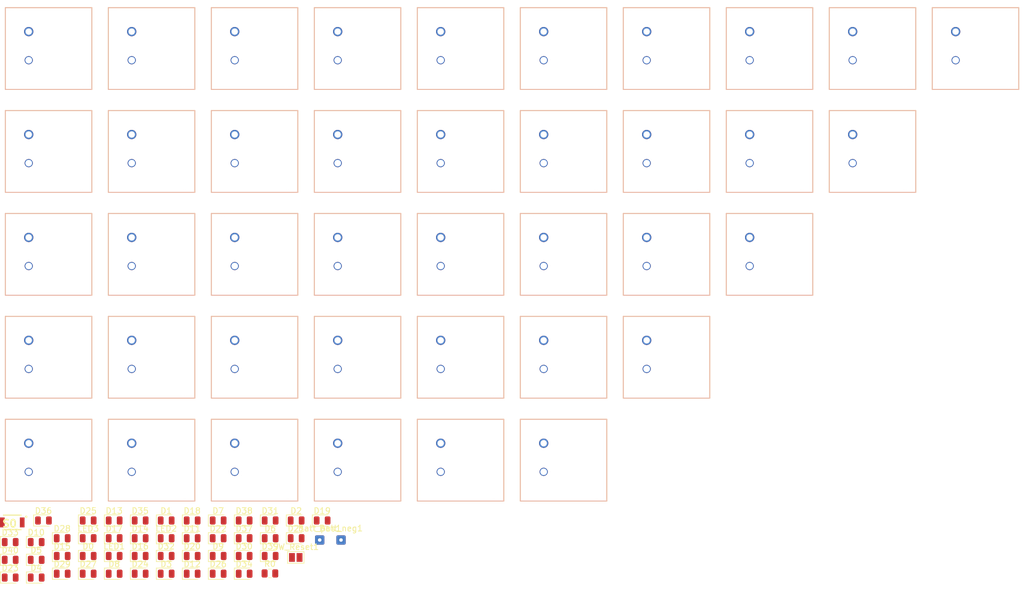
<source format=kicad_pcb>
(kicad_pcb (version 20211014) (generator pcbnew)
  (title_block (title "Meteor Sidekick") (date "2022-11-04") (rev "A") (company "Az Builts") (comment 1 "Ultra-thin wireless keyboard for large smartphones"))
  (layers (0 "F.Cu" signal) (31 "B.Cu" signal) (34 "B.Paste" user) (35 "F.Paste" user) (36 "B.SilkS" user "B.Silkscreen") (37 "F.SilkS" user "F.Silkscreen") (38 "B.Mask" user) (39 "F.Mask" user) (44 "Edge.Cuts" user))
  (net 0 "")
  (net 1 "/col_0")
  (net 2 "Net-(D1-Pad2)")
  (net 3 "Net-(D2-Pad2)")
  (net 4 "Net-(D3-Pad2)")
  (net 5 "Net-(D4-Pad2)")
  (net 6 "Net-(D5-Pad2)")
  (net 7 "/col_1")
  (net 8 "Net-(D7-Pad2)")
  (net 9 "Net-(D8-Pad2)")
  (net 10 "Net-(D9-Pad2)")
  (net 11 "Net-(D10-Pad2)")
  (net 12 "/col_2")
  (net 13 "Net-(D11-Pad2)")
  (net 14 "Net-(D13-Pad2)")
  (net 15 "Net-(D14-Pad2)")
  (net 16 "Net-(D15-Pad2)")
  (net 17 "/col_3")
  (net 18 "Net-(D16-Pad2)")
  (net 19 "Net-(D17-Pad2)")
  (net 20 "Net-(D19-Pad2)")
  (net 21 "Net-(D20-Pad2)")
  (net 22 "/col_4")
  (net 23 "Net-(D21-Pad2)")
  (net 24 "Net-(D22-Pad2)")
  (net 25 "Net-(D23-Pad2)")
  (net 26 "Net-(D25-Pad2)")
  (net 27 "/col_5")
  (net 28 "Net-(D26-Pad2)")
  (net 29 "Net-(D27-Pad2)")
  (net 30 "Net-(D28-Pad2)")
  (net 31 "Net-(D29-Pad2)")
  (net 32 "Net-(D30-Pad2)")
  (net 33 "/col_6")
  (net 34 "Net-(D32-Pad2)")
  (net 35 "Net-(D33-Pad2)")
  (net 36 "Net-(D34-Pad2)")
  (net 37 "Net-(D35-Pad2)")
  (net 38 "/col_7")
  (net 39 "Net-(D36-Pad2)")
  (net 40 "Net-(D38-Pad2)")
  (net 41 "Net-(D39-Pad2)")
  (net 42 "Net-(D40-Pad2)")
  (net 43 "/col_8")
  (net 44 "/col_9")
  (net 45 "/row_0")
  (net 46 "/row_1")
  (net 47 "/row_2")
  (net 48 "/row_3")
  (net 49 "GND")
  (net 50 "Net-(R0-Pad2)")
  (net 51 "/Batt +")
  (net 52 "/LED1")
  (net 53 "/LED2")
  (net 54 "/LED3")
  (net 55 "Net-(D6-Pad2)")
  (net 56 "Net-(D37-Pad2)")
  (net 57 "Net-(D31-Pad2)")
  (net 58 "Net-(D24-Pad2)")
  (net 59 "Net-(D18-Pad2)")
  (net 60 "Net-(D12-Pad2)")
  (net 61 "Net-(D0-Pad2)")
  (net 62 "/SIDE_SWITCH")
  (footprint "Az-custom-parts:Kailh-PG1425-X-Switch" (layer "F.Cu") (at -48.53 77.315)
    (fp_text reference "K24" hide)
    (fp_text value "KEYSW")
    (pad "" np_thru_hole oval (at -1.85 3.8) (size 2 4.1) (drill oval 2 4.1) (layers *.Cu *.Mask))
    (pad "" np_thru_hole circle (at -8.900008 -2.600164 180) (size 1.3 1.3) (drill 1.3) (layers *.Cu *.Mask))
    (pad "" np_thru_hole oval (at -3.4 1.9) (size 5.1 0.3) (drill oval 5.1 0.3) (layers *.Cu *.Mask))
    (pad "" np_thru_hole circle (at 2.099992 8.399836 180) (size 1.3 1.3) (drill 1.3) (layers *.Cu *.Mask))
    (pad "" np_thru_hole oval (at -5.8 3.8) (size 0.3 4.1) (drill oval 0.3 4.1) (layers *.Cu *.Mask))
    (pad "" np_thru_hole oval (at -4.95 3.8) (size 2 4.1) (drill oval 2 4.1) (layers *.Cu *.Mask))
    (pad "" np_thru_hole oval (at -3.4 3.8) (size 5.1 4.1) (drill oval 5.1 4.1) (layers *.Cu *.Mask))
    (pad "" np_thru_hole oval (at -3.4 5.7) (size 5.1 0.3) (drill oval 5.1 0.3) (layers *.Cu *.Mask))
    (pad "" np_thru_hole oval (at -1 3.8) (size 0.3 4.1) (drill oval 0.3 4.1) (layers *.Cu *.Mask))
    (pad "1" thru_hole circle (at -6.800008 -0.000164 180) (size 1.6 1.6) (drill 1.1) (layers *.Cu *.Mask) (net 47 "/row_2"))
    (pad "2" thru_hole circle (at -6.800008 4.899836 180) (size 1.4 1.4) (drill 1.1) (layers *.Cu *.Mask) (net 58 "Net-(D24-Pad2)"))
  )
  (footprint "Az-custom-parts:Kailh-PG1425-X-Switch" (layer "F.Cu") (at -83.79 94.945)
    (fp_text reference "K36" hide)
    (fp_text value "KEYSW")
    (pad "" np_thru_hole oval (at -3.4 5.7) (size 5.1 0.3) (drill oval 5.1 0.3) (layers *.Cu *.Mask))
    (pad "" np_thru_hole oval (at -3.4 1.9) (size 5.1 0.3) (drill oval 5.1 0.3) (layers *.Cu *.Mask))
    (pad "" np_thru_hole circle (at -8.900008 -2.600164 180) (size 1.3 1.3) (drill 1.3) (layers *.Cu *.Mask))
    (pad "" np_thru_hole oval (at -1 3.8) (size 0.3 4.1) (drill oval 0.3 4.1) (layers *.Cu *.Mask))
    (pad "" np_thru_hole circle (at 2.099992 8.399836 180) (size 1.3 1.3) (drill 1.3) (layers *.Cu *.Mask))
    (pad "" np_thru_hole oval (at -5.8 3.8) (size 0.3 4.1) (drill oval 0.3 4.1) (layers *.Cu *.Mask))
    (pad "" np_thru_hole oval (at -4.95 3.8) (size 2 4.1) (drill oval 2 4.1) (layers *.Cu *.Mask))
    (pad "" np_thru_hole oval (at -3.4 3.8) (size 5.1 4.1) (drill oval 5.1 4.1) (layers *.Cu *.Mask))
    (pad "" np_thru_hole oval (at -1.85 3.8) (size 2 4.1) (drill oval 2 4.1) (layers *.Cu *.Mask))
    (pad "1" thru_hole circle (at -6.800008 -0.000164 180) (size 1.6 1.6) (drill 1.1) (layers *.Cu *.Mask) (net 48 "/row_3"))
    (pad "2" thru_hole circle (at -6.800008 4.899836 180) (size 1.4 1.4) (drill 1.1) (layers *.Cu *.Mask) (net 39 "Net-(D36-Pad2)"))
  )
  (footprint "Az-custom-parts:Kailh-PG1425-X-Switch" (layer "F.Cu") (at -30.9 24.425)
    (fp_text reference "K37" hide)
    (fp_text value "KEYSW")
    (pad "" np_thru_hole oval (at -1.85 3.8) (size 2 4.1) (drill oval 2 4.1) (layers *.Cu *.Mask))
    (pad "" np_thru_hole oval (at -1 3.8) (size 0.3 4.1) (drill oval 0.3 4.1) (layers *.Cu *.Mask))
    (pad "" np_thru_hole oval (at -5.8 3.8) (size 0.3 4.1) (drill oval 0.3 4.1) (layers *.Cu *.Mask))
    (pad "" np_thru_hole circle (at 2.099992 8.399836 180) (size 1.3 1.3) (drill 1.3) (layers *.Cu *.Mask))
    (pad "" np_thru_hole oval (at -3.4 1.9) (size 5.1 0.3) (drill oval 5.1 0.3) (layers *.Cu *.Mask))
    (pad "" np_thru_hole oval (at -4.95 3.8) (size 2 4.1) (drill oval 2 4.1) (layers *.Cu *.Mask))
    (pad "" np_thru_hole oval (at -3.4 3.8) (size 5.1 4.1) (drill oval 5.1 4.1) (layers *.Cu *.Mask))
    (pad "" np_thru_hole circle (at -8.900008 -2.600164 180) (size 1.3 1.3) (drill 1.3) (layers *.Cu *.Mask))
    (pad "" np_thru_hole oval (at -3.4 5.7) (size 5.1 0.3) (drill oval 5.1 0.3) (layers *.Cu *.Mask))
    (pad "1" thru_hole circle (at -6.800008 -0.000164 180) (size 1.6 1.6) (drill 1.1) (layers *.Cu *.Mask) (net 48 "/row_3"))
    (pad "2" thru_hole circle (at -6.800008 4.899836 180) (size 1.4 1.4) (drill 1.1) (layers *.Cu *.Mask) (net 56 "Net-(D37-Pad2)"))
  )
  (footprint "Az-custom-parts:Kailh-PG1425-X-Switch" (layer "F.Cu") (at -48.53 42.055)
    (fp_text reference "K30" hide)
    (fp_text value "KEYSW")
    (pad "" np_thru_hole oval (at -4.95 3.8) (size 2 4.1) (drill oval 2 4.1) (layers *.Cu *.Mask))
    (pad "" np_thru_hole oval (at -1.85 3.8) (size 2 4.1) (drill oval 2 4.1) (layers *.Cu *.Mask))
    (pad "" np_thru_hole oval (at -3.4 5.7) (size 5.1 0.3) (drill oval 5.1 0.3) (layers *.Cu *.Mask))
    (pad "" np_thru_hole circle (at -8.900008 -2.600164 180) (size 1.3 1.3) (drill 1.3) (layers *.Cu *.Mask))
    (pad "" np_thru_hole oval (at -3.4 1.9) (size 5.1 0.3) (drill oval 5.1 0.3) (layers *.Cu *.Mask))
    (pad "" np_thru_hole circle (at 2.099992 8.399836 180) (size 1.3 1.3) (drill 1.3) (layers *.Cu *.Mask))
    (pad "" np_thru_hole oval (at -5.8 3.8) (size 0.3 4.1) (drill oval 0.3 4.1) (layers *.Cu *.Mask))
    (pad "" np_thru_hole oval (at -3.4 3.8) (size 5.1 4.1) (drill oval 5.1 4.1) (layers *.Cu *.Mask))
    (pad "" np_thru_hole oval (at -1 3.8) (size 0.3 4.1) (drill oval 0.3 4.1) (layers *.Cu *.Mask))
    (pad "1" thru_hole circle (at -6.800008 -0.000164 180) (size 1.6 1.6) (drill 1.1) (layers *.Cu *.Mask) (net 47 "/row_2"))
    (pad "2" thru_hole circle (at -6.800008 4.899836 180) (size 1.4 1.4) (drill 1.1) (layers *.Cu *.Mask) (net 32 "Net-(D30-Pad2)"))
  )
  (footprint "Diode_SMD:D_0805_2012Metric" (layer "F.Cu") (at -128.68 108.18)
    (fp_text reference "D7" (at 0 -1.65) (layer "F.SilkS"))
    (fp_text value "D")
    (pad "1" smd roundrect (at -0.9375 0) (size 0.975 1.4) (layers "F.Cu" "F.Paste" "F.Mask") (net 33 "/col_6"))
    (pad "2" smd roundrect (at 0.9375 0) (size 0.975 1.4) (layers "F.Cu" "F.Paste" "F.Mask") (net 8 "Net-(D7-Pad2)"))
  )
  (footprint "Diode_SMD:D_0805_2012Metric" (layer "F.Cu") (at -133.13 108.18)
    (fp_text reference "D18" (at 0 -1.65) (layer "F.SilkS"))
    (fp_text value "D")
    (pad "1" smd roundrect (at -0.9375 0) (size 0.975 1.4) (layers "F.Cu" "F.Paste" "F.Mask") (net 38 "/col_7"))
    (pad "2" smd roundrect (at 0.9375 0) (size 0.975 1.4) (layers "F.Cu" "F.Paste" "F.Mask") (net 59 "Net-(D18-Pad2)"))
  )
  (footprint "Az-custom-parts:Kailh-PG1425-X-Switch" (layer "F.Cu") (at -136.68 24.425)
    (fp_text reference "K17" hide)
    (fp_text value "KEYSW")
    (pad "" np_thru_hole oval (at -5.8 3.8) (size 0.3 4.1) (drill oval 0.3 4.1) (layers *.Cu *.Mask))
    (pad "" np_thru_hole oval (at -4.95 3.8) (size 2 4.1) (drill oval 2 4.1) (layers *.Cu *.Mask))
    (pad "" np_thru_hole oval (at -1.85 3.8) (size 2 4.1) (drill oval 2 4.1) (layers *.Cu *.Mask))
    (pad "" np_thru_hole oval (at -3.4 3.8) (size 5.1 4.1) (drill oval 5.1 4.1) (layers *.Cu *.Mask))
    (pad "" np_thru_hole circle (at -8.900008 -2.600164 180) (size 1.3 1.3) (drill 1.3) (layers *.Cu *.Mask))
    (pad "" np_thru_hole oval (at -3.4 5.7) (size 5.1 0.3) (drill oval 5.1 0.3) (layers *.Cu *.Mask))
    (pad "" np_thru_hole oval (at -3.4 1.9) (size 5.1 0.3) (drill oval 5.1 0.3) (layers *.Cu *.Mask))
    (pad "" np_thru_hole oval (at -1 3.8) (size 0.3 4.1) (drill oval 0.3 4.1) (layers *.Cu *.Mask))
    (pad "" np_thru_hole circle (at 2.099992 8.399836 180) (size 1.3 1.3) (drill 1.3) (layers *.Cu *.Mask))
    (pad "1" thru_hole circle (at -6.800008 -0.000164 180) (size 1.6 1.6) (drill 1.1) (layers *.Cu *.Mask) (net 46 "/row_1"))
    (pad "2" thru_hole circle (at -6.800008 4.899836 180) (size 1.4 1.4) (drill 1.1) (layers *.Cu *.Mask) (net 19 "Net-(D17-Pad2)"))
  )
  (footprint "Az-custom-parts:Kailh-PG1425-X-Switch" (layer "F.Cu") (at -119.05 77.315)
    (fp_text reference "K21" hide)
    (fp_text value "KEYSW")
    (pad "" np_thru_hole oval (at -3.4 3.8) (size 5.1 4.1) (drill oval 5.1 4.1) (layers *.Cu *.Mask))
    (pad "" np_thru_hole oval (at -3.4 5.7) (size 5.1 0.3) (drill oval 5.1 0.3) (layers *.Cu *.Mask))
    (pad "" np_thru_hole oval (at -1.85 3.8) (size 2 4.1) (drill oval 2 4.1) (layers *.Cu *.Mask))
    (pad "" np_thru_hole oval (at -4.95 3.8) (size 2 4.1) (drill oval 2 4.1) (layers *.Cu *.Mask))
    (pad "" np_thru_hole oval (at -3.4 1.9) (size 5.1 0.3) (drill oval 5.1 0.3) (layers *.Cu *.Mask))
    (pad "" np_thru_hole circle (at 2.099992 8.399836 180) (size 1.3 1.3) (drill 1.3) (layers *.Cu *.Mask))
    (pad "" np_thru_hole oval (at -5.8 3.8) (size 0.3 4.1) (drill oval 0.3 4.1) (layers *.Cu *.Mask))
    (pad "" np_thru_hole circle (at -8.900008 -2.600164 180) (size 1.3 1.3) (drill 1.3) (layers *.Cu *.Mask))
    (pad "" np_thru_hole oval (at -1 3.8) (size 0.3 4.1) (drill oval 0.3 4.1) (layers *.Cu *.Mask))
    (pad "1" thru_hole circle (at -6.800008 -0.000164 180) (size 1.6 1.6) (drill 1.1) (layers *.Cu *.Mask) (net 47 "/row_2"))
    (pad "2" thru_hole circle (at -6.800008 4.899836 180) (size 1.4 1.4) (drill 1.1) (layers *.Cu *.Mask) (net 23 "Net-(D21-Pad2)"))
  )
  (footprint "Az-custom-parts:Kailh-PG1425-X-Switch" (layer "F.Cu") (at -66.16 24.425)
    (fp_text reference "K16" hide)
    (fp_text value "KEYSW")
    (pad "" np_thru_hole oval (at -5.8 3.8) (size 0.3 4.1) (drill oval 0.3 4.1) (layers *.Cu *.Mask))
    (pad "" np_thru_hole oval (at -1.85 3.8) (size 2 4.1) (drill oval 2 4.1) (layers *.Cu *.Mask))
    (pad "" np_thru_hole oval (at -4.95 3.8) (size 2 4.1) (drill oval 2 4.1) (layers *.Cu *.Mask))
    (pad "" np_thru_hole oval (at -3.4 5.7) (size 5.1 0.3) (drill oval 5.1 0.3) (layers *.Cu *.Mask))
    (pad "" np_thru_hole oval (at -1 3.8) (size 0.3 4.1) (drill oval 0.3 4.1) (layers *.Cu *.Mask))
    (pad "" np_thru_hole oval (at -3.4 3.8) (size 5.1 4.1) (drill oval 5.1 4.1) (layers *.Cu *.Mask))
    (pad "" np_thru_hole oval (at -3.4 1.9) (size 5.1 0.3) (drill oval 5.1 0.3) (layers *.Cu *.Mask))
    (pad "" np_thru_hole circle (at 2.099992 8.399836 180) (size 1.3 1.3) (drill 1.3) (layers *.Cu *.Mask))
    (pad "" np_thru_hole circle (at -8.900008 -2.600164 180) (size 1.3 1.3) (drill 1.3) (layers *.Cu *.Mask))
    (pad "1" thru_hole circle (at -6.800008 -0.000164 180) (size 1.6 1.6) (drill 1.1) (layers *.Cu *.Mask) (net 46 "/row_1"))
    (pad "2" thru_hole circle (at -6.800008 4.899836 180) (size 1.4 1.4) (drill 1.1) (layers *.Cu *.Mask) (net 18 "Net-(D16-Pad2)"))
  )
  (footprint "Diode_SMD:D_0805_2012Metric" (layer "F.Cu") (at -128.68 114.26)
    (fp_text reference "D9" (at 0 -1.65) (layer "F.SilkS"))
    (fp_text value "D")
    (pad "1" smd roundrect (at -0.9375 0) (size 0.975 1.4) (layers "F.Cu" "F.Paste" "F.Mask") (net 43 "/col_8"))
    (pad "2" smd roundrect (at 0.9375 0) (size 0.975 1.4) (layers "F.Cu" "F.Paste" "F.Mask") (net 10 "Net-(D9-Pad2)"))
  )
  (footprint "Diode_SMD:D_0805_2012Metric" (layer "F.Cu") (at -119.78 111.22)
    (fp_text reference "D6" (at 0 -1.65) (layer "F.SilkS"))
    (fp_text value "D")
    (pad "1" smd roundrect (at -0.9375 0) (size 0.975 1.4) (layers "F.Cu" "F.Paste" "F.Mask") (net 27 "/col_5"))
    (pad "2" smd roundrect (at 0.9375 0) (size 0.975 1.4) (layers "F.Cu" "F.Paste" "F.Mask") (net 55 "Net-(D6-Pad2)"))
  )
  (footprint "Az-custom-parts:Kailh-PG1425-X-Switch" (layer "F.Cu") (at -83.79 24.425)
    (fp_text reference "K31" hide)
    (fp_text value "KEYSW")
    (pad "" np_thru_hole oval (at -5.8 3.8) (size 0.3 4.1) (drill oval 0.3 4.1) (layers *.Cu *.Mask))
    (pad "" np_thru_hole circle (at 2.099992 8.399836 180) (size 1.3 1.3) (drill 1.3) (layers *.Cu *.Mask))
    (pad "" np_thru_hole circle (at -8.900008 -2.600164 180) (size 1.3 1.3) (drill 1.3) (layers *.Cu *.Mask))
    (pad "" np_thru_hole oval (at -3.4 3.8) (size 5.1 4.1) (drill oval 5.1 4.1) (layers *.Cu *.Mask))
    (pad "" np_thru_hole oval (at -3.4 1.9) (size 5.1 0.3) (drill oval 5.1 0.3) (layers *.Cu *.Mask))
    (pad "" np_thru_hole oval (at -3.4 5.7) (size 5.1 0.3) (drill oval 5.1 0.3) (layers *.Cu *.Mask))
    (pad "" np_thru_hole oval (at -1.85 3.8) (size 2 4.1) (drill oval 2 4.1) (layers *.Cu *.Mask))
    (pad "" np_thru_hole oval (at -4.95 3.8) (size 2 4.1) (drill oval 2 4.1) (layers *.Cu *.Mask))
    (pad "" np_thru_hole oval (at -1 3.8) (size 0.3 4.1) (drill oval 0.3 4.1) (layers *.Cu *.Mask))
    (pad "1" thru_hole circle (at -6.800008 -0.000164 180) (size 1.6 1.6) (drill 1.1) (layers *.Cu *.Mask) (net 48 "/row_3"))
    (pad "2" thru_hole circle (at -6.800008 4.899836 180) (size 1.4 1.4) (drill 1.1) (layers *.Cu *.Mask) (net 57 "Net-(D31-Pad2)"))
  )
  (footprint "Az-custom-parts:Kailh-PG1425-X-Switch" (layer "F.Cu") (at -48.53 59.685)
    (fp_text reference "K2" hide)
    (fp_text value "KEYSW")
    (pad "" np_thru_hole oval (at -3.4 5.7) (size 5.1 0.3) (drill oval 5.1 0.3) (layers *.Cu *.Mask))
    (pad "" np_thru_hole circle (at -8.900008 -2.600164 180) (size 1.3 1.3) (drill 1.3) (layers *.Cu *.Mask))
    (pad "" np_thru_hole oval (at -4.95 3.8) (size 2 4.1) (drill oval 2 4.1) (layers *.Cu *.Mask))
    (pad "" np_thru_hole oval (at -1 3.8) (size 0.3 4.1) (drill oval 0.3 4.1) (layers *.Cu *.Mask))
    (pad "" np_thru_hole oval (at -3.4 3.8) (size 5.1 4.1) (drill oval 5.1 4.1) (layers *.Cu *.Mask))
    (pad "" np_thru_hole circle (at 2.099992 8.399836 180) (size 1.3 1.3) (drill 1.3) (layers *.Cu *.Mask))
    (pad "" np_thru_hole oval (at -1.85 3.8) (size 2 4.1) (drill oval 2 4.1) (layers *.Cu *.Mask))
    (pad "" np_thru_hole oval (at -3.4 1.9) (size 5.1 0.3) (drill oval 5.1 0.3) (layers *.Cu *.Mask))
    (pad "" np_thru_hole oval (at -5.8 3.8) (size 0.3 4.1) (drill oval 0.3 4.1) (layers *.Cu *.Mask))
    (pad "1" thru_hole circle (at -6.800008 -0.000164 180) (size 1.6 1.6) (drill 1.1) (layers *.Cu *.Mask) (net 45 "/row_0"))
    (pad "2" thru_hole circle (at -6.800008 4.899836 180) (size 1.4 1.4) (drill 1.1) (layers *.Cu *.Mask) (net 3 "Net-(D2-Pad2)"))
  )
  (footprint "Diode_SMD:D_0805_2012Metric" (layer "F.Cu") (at -164.28 117.96)
    (fp_text reference "D23" (at 0 -1.65) (layer "F.SilkS"))
    (fp_text value "D")
    (pad "1" smd roundrect (at -0.9375 0) (size 0.975 1.4) (layers "F.Cu" "F.Paste" "F.Mask") (net 12 "/col_2"))
    (pad "2" smd roundrect (at 0.9375 0) (size 0.975 1.4) (layers "F.Cu" "F.Paste" "F.Mask") (net 25 "Net-(D23-Pad2)"))
  )
  (footprint "Az-custom-parts:Kailh-PG1425-X-Switch" (layer "F.Cu") (at -66.16 42.055)
    (fp_text reference "K28" hide)
    (fp_text value "KEYSW")
    (pad "" np_thru_hole oval (at -3.4 5.7) (size 5.1 0.3) (drill oval 5.1 0.3) (layers *.Cu *.Mask))
    (pad "" np_thru_hole oval (at -3.4 3.8) (size 5.1 4.1) (drill oval 5.1 4.1) (layers *.Cu *.Mask))
    (pad "" np_thru_hole oval (at -5.8 3.8) (size 0.3 4.1) (drill oval 0.3 4.1) (layers *.Cu *.Mask))
    (pad "" np_thru_hole oval (at -1 3.8) (size 0.3 4.1) (drill oval 0.3 4.1) (layers *.Cu *.Mask))
    (pad "" np_thru_hole oval (at -4.95 3.8) (size 2 4.1) (drill oval 2 4.1) (layers *.Cu *.Mask))
    (pad "" np_thru_hole circle (at -8.900008 -2.600164 180) (size 1.3 1.3) (drill 1.3) (layers *.Cu *.Mask))
    (pad "" np_thru_hole circle (at 2.099992 8.399836 180) (size 1.3 1.3) (drill 1.3) (layers *.Cu *.Mask))
    (pad "" np_thru_hole oval (at -1.85 3.8) (size 2 4.1) (drill oval 2 4.1) (layers *.Cu *.Mask))
    (pad "" np_thru_hole oval (at -3.4 1.9) (size 5.1 0.3) (drill oval 5.1 0.3) (layers *.Cu *.Mask))
    (pad "1" thru_hole circle (at -6.800008 -0.000164 180) (size 1.6 1.6) (drill 1.1) (layers *.Cu *.Mask) (net 47 "/row_2"))
    (pad "2" thru_hole circle (at -6.800008 4.899836 180) (size 1.4 1.4) (drill 1.1) (layers *.Cu *.Mask) (net 30 "Net-(D28-Pad2)"))
  )
  (footprint "Diode_SMD:D_0805_2012Metric" (layer "F.Cu") (at -150.93 114.26)
    (fp_text reference "D0" (at 0 -1.65) (layer "F.SilkS"))
    (fp_text value "D")
    (pad "1" smd roundrect (at -0.9375 0) (size 0.975 1.4) (layers "F.Cu" "F.Paste" "F.Mask") (net 49 "GND"))
    (pad "2" smd roundrect (at 0.9375 0) (size 0.975 1.4) (layers "F.Cu" "F.Paste" "F.Mask") (net 61 "Net-(D0-Pad2)"))
  )
  (footprint "LED_SMD:LED_0805_2012Metric" (layer "F.Cu") (at -146.48 114.26)
    (fp_text reference "LED1" (at 0 -1.65) (layer "F.SilkS"))
    (fp_text value "LED")
    (pad "1" smd roundrect (at -0.9375 0) (size 0.975 1.4) (layers "F.Cu" "F.Paste" "F.Mask") (net 49 "GND"))
    (pad "2" smd roundrect (at 0.9375 0) (size 0.975 1.4) (layers "F.Cu" "F.Paste" "F.Mask") (net 52 "/LED1"))
  )
  (footprint "Diode_SMD:D_0805_2012Metric" (layer "F.Cu") (at -137.58 108.18)
    (fp_text reference "D1" (at 0 -1.65) (layer "F.SilkS"))
    (fp_text value "D")
    (pad "1" smd roundrect (at -0.9375 0) (size 0.975 1.4) (layers "F.Cu" "F.Paste" "F.Mask") (net 1 "/col_0"))
    (pad "2" smd roundrect (at 0.9375 0) (size 0.975 1.4) (layers "F.Cu" "F.Paste" "F.Mask") (net 2 "Net-(D1-Pad2)"))
  )
  (footprint "Diode_SMD:D_0805_2012Metric" (layer "F.Cu") (at -137.58 114.26)
    (fp_text reference "D32" (at 0 -1.65) (layer "F.SilkS"))
    (fp_text value "D")
    (pad "1" smd roundrect (at -0.9375 0) (size 0.975 1.4) (layers "F.Cu" "F.Paste" "F.Mask") (net 7 "/col_1"))
    (pad "2" smd roundrect (at 0.9375 0) (size 0.975 1.4) (layers "F.Cu" "F.Paste" "F.Mask") (net 34 "Net-(D32-Pad2)"))
  )
  (footprint "Diode_SMD:D_0805_2012Metric" (layer "F.Cu") (at -142.03 111.22)
    (fp_text reference "D14" (at 0 -1.65) (layer "F.SilkS"))
    (fp_text value "D")
    (pad "1" smd roundrect (at -0.9375 0) (size 0.975 1.4) (layers "F.Cu" "F.Paste" "F.Mask") (net 17 "/col_3"))
    (pad "2" smd roundrect (at 0.9375 0) (size 0.975 1.4) (layers "F.Cu" "F.Paste" "F.Mask") (net 15 "Net-(D14-Pad2)"))
  )
  (footprint "Az-custom-parts:Kailh-PG1425-X-Switch" (layer "F.Cu") (at -83.79 59.685)
    (fp_text reference "K1" hide)
    (fp_text value "KEYSW")
    (pad "" np_thru_hole oval (at -4.95 3.8) (size 2 4.1) (drill oval 2 4.1) (layers *.Cu *.Mask))
    (pad "" np_thru_hole oval (at -3.4 5.7) (size 5.1 0.3) (drill oval 5.1 0.3) (layers *.Cu *.Mask))
    (pad "" np_thru_hole circle (at 2.099992 8.399836 180) (size 1.3 1.3) (drill 1.3) (layers *.Cu *.Mask))
    (pad "" np_thru_hole oval (at -3.4 1.9) (size 5.1 0.3) (drill oval 5.1 0.3) (layers *.Cu *.Mask))
    (pad "" np_thru_hole circle (at -8.900008 -2.600164 180) (size 1.3 1.3) (drill 1.3) (layers *.Cu *.Mask))
    (pad "" np_thru_hole oval (at -1.85 3.8) (size 2 4.1) (drill oval 2 4.1) (layers *.Cu *.Mask))
    (pad "" np_thru_hole oval (at -3.4 3.8) (size 5.1 4.1) (drill oval 5.1 4.1) (layers *.Cu *.Mask))
    (pad "" np_thru_hole oval (at -1 3.8) (size 0.3 4.1) (drill oval 0.3 4.1) (layers *.Cu *.Mask))
    (pad "" np_thru_hole oval (at -5.8 3.8) (size 0.3 4.1) (drill oval 0.3 4.1) (layers *.Cu *.Mask))
    (pad "1" thru_hole circle (at -6.800008 -0.000164 180) (size 1.6 1.6) (drill 1.1) (layers *.Cu *.Mask) (net 45 "/row_0"))
    (pad "2" thru_hole circle (at -6.800008 4.899836 180) (size 1.4 1.4) (drill 1.1) (layers *.Cu *.Mask) (net 2 "Net-(D1-Pad2)"))
  )
  (footprint "Az-custom-parts:Kailh-PG1425-X-Switch" (layer "F.Cu") (at -119.05 94.945)
    (fp_text reference "K27" hide)
    (fp_text value "KEYSW")
    (pad "" np_thru_hole circle (at 2.099992 8.399836 180) (size 1.3 1.3) (drill 1.3) (layers *.Cu *.Mask))
    (pad "" np_thru_hole oval (at -3.4 3.8) (size 5.1 4.1) (drill oval 5.1 4.1) (layers *.Cu *.Mask))
    (pad "" np_thru_hole oval (at -4.95 3.8) (size 2 4.1) (drill oval 2 4.1) (layers *.Cu *.Mask))
    (pad "" np_thru_hole oval (at -3.4 5.7) (size 5.1 0.3) (drill oval 5.1 0.3) (layers *.Cu *.Mask))
    (pad "" np_thru_hole oval (at -1.85 3.8) (size 2 4.1) (drill oval 2 4.1) (layers *.Cu *.Mask))
    (pad "" np_thru_hole circle (at -8.900008 -2.600164 180) (size 1.3 1.3) (drill 1.3) (layers *.Cu *.Mask))
    (pad "" np_thru_hole oval (at -3.4 1.9) (size 5.1 0.3) (drill oval 5.1 0.3) (layers *.Cu *.Mask))
    (pad "" np_thru_hole oval (at -1 3.8) (size 0.3 4.1) (drill oval 0.3 4.1) (layers *.Cu *.Mask))
    (pad "" np_thru_hole oval (at -5.8 3.8) (size 0.3 4.1) (drill oval 0.3 4.1) (layers *.Cu *.Mask))
    (pad "1" thru_hole circle (at -6.800008 -0.000164 180) (size 1.6 1.6) (drill 1.1) (layers *.Cu *.Mask) (net 47 "/row_2"))
    (pad "2" thru_hole circle (at -6.800008 4.899836 180) (size 1.4 1.4) (drill 1.1) (layers *.Cu *.Mask) (net 29 "Net-(D27-Pad2)"))
  )
  (footprint "Diode_SMD:D_0805_2012Metric" (layer "F.Cu") (at -115.33 108.18)
    (fp_text reference "D2" (at 0 -1.65) (layer "F.SilkS"))
    (fp_text value "D")
    (pad "1" smd roundrect (at -0.9375 0) (size 0.975 1.4) (layers "F.Cu" "F.Paste" "F.Mask") (net 7 "/col_1"))
    (pad "2" smd roundrect (at 0.9375 0) (size 0.975 1.4) (layers "F.Cu" "F.Paste" "F.Mask") (net 3 "Net-(D2-Pad2)"))
  )
  (footprint "Az-custom-parts:Kailh-PG1425-X-Switch" (layer "F.Cu") (at -30.9 59.685)
    (fp_text reference "K4" hide)
    (fp_text value "KEYSW")
    (pad "" np_thru_hole oval (at -3.4 1.9) (size 5.1 0.3) (drill oval 5.1 0.3) (layers *.Cu *.Mask))
    (pad "" np_thru_hole oval (at -1.85 3.8) (size 2 4.1) (drill oval 2 4.1) (layers *.Cu *.Mask))
    (pad "" np_thru_hole oval (at -1 3.8) (size 0.3 4.1) (drill oval 0.3 4.1) (layers *.Cu *.Mask))
    (pad "" np_thru_hole circle (at -8.900008 -2.600164 180) (size 1.3 1.3) (drill 1.3) (layers *.Cu *.Mask))
    (pad "" np_thru_hole oval (at -4.95 3.8) (size 2 4.1) (drill oval 2 4.1) (layers *.Cu *.Mask))
    (pad "" np_thru_hole oval (at -3.4 5.7) (size 5.1 0.3) (drill oval 5.1 0.3) (layers *.Cu *.Mask))
    (pad "" np_thru_hole oval (at -5.8 3.8) (size 0.3 4.1) (drill oval 0.3 4.1) (layers *.Cu *.Mask))
    (pad "" np_thru_hole circle (at 2.099992 8.399836 180) (size 1.3 1.3) (drill 1.3) (layers *.Cu *.Mask))
    (pad "" np_thru_hole oval (at -3.4 3.8) (size 5.1 4.1) (drill oval 5.1 4.1) (layers *.Cu *.Mask))
    (pad "1" thru_hole circle (at -6.800008 -0.000164 180) (size 1.6 1.6) (drill 1.1) (layers *.Cu *.Mask) (net 45 "/row_0"))
    (pad "2" thru_hole circle (at -6.800008 4.899836 180) (size 1.4 1.4) (drill 1.1) (layers *.Cu *.Mask) (net 5 "Net-(D4-Pad2)"))
  )
  (footprint "Az-custom-parts:Kailh-PG1425-X-Switch" (layer "F.Cu") (at -101.42 94.945)
    (fp_text reference "K23" hide)
    (fp_text value "KEYSW")
    (pad "" np_thru_hole oval (at -4.95 3.8) (size 2 4.1) (drill oval 2 4.1) (layers *.Cu *.Mask))
    (pad "" np_thru_hole oval (at -5.8 3.8) (size 0.3 4.1) (drill oval 0.3 4.1) (layers *.Cu *.Mask))
    (pad "" np_thru_hole oval (at -3.4 3.8) (size 5.1 4.1) (drill oval 5.1 4.1) (layers *.Cu *.Mask))
    (pad "" np_thru_hole oval (at -1 3.8) (size 0.3 4.1) (drill oval 0.3 4.1) (layers *.Cu *.Mask))
    (pad "" np_thru_hole circle (at -8.900008 -2.600164 180) (size 1.3 1.3) (drill 1.3) (layers *.Cu *.Mask))
    (pad "" np_thru_hole oval (at -3.4 5.7) (size 5.1 0.3) (drill oval 5.1 0.3) (layers *.Cu *.Mask))
    (pad "" np_thru_hole circle (at 2.099992 8.399836 180) (size 1.3 1.3) (drill 1.3) (layers *.Cu *.Mask))
    (pad "" np_thru_hole oval (at -3.4 1.9) (size 5.1 0.3) (drill oval 5.1 0.3) (layers *.Cu *.Mask))
    (pad "" np_thru_hole oval (at -1.85 3.8) (size 2 4.1) (drill oval 2 4.1) (layers *.Cu *.Mask))
    (pad "1" thru_hole circle (at -6.800008 -0.000164 180) (size 1.6 1.6) (drill 1.1) (layers *.Cu *.Mask) (net 47 "/row_2"))
    (pad "2" thru_hole circle (at -6.800008 4.899836 180) (size 1.4 1.4) (drill 1.1) (layers *.Cu *.Mask) (net 25 "Net-(D23-Pad2)"))
  )
  (footprint "Az-custom-parts:Kailh-PG1425-X-Switch" (layer "F.Cu") (at -154.31 42.055)
    (fp_text reference "K35" hide)
    (fp_text value "KEYSW")
    (pad "" np_thru_hole oval (at -1.85 3.8) (size 2 4.1) (drill oval 2 4.1) (layers *.Cu *.Mask))
    (pad "" np_thru_hole oval (at -4.95 3.8) (size 2 4.1) (drill oval 2 4.1) (layers *.Cu *.Mask))
    (pad "" np_thru_hole oval (at -5.8 3.8) (size 0.3 4.1) (drill oval 0.3 4.1) (layers *.Cu *.Mask))
    (pad "" np_thru_hole oval (at -3.4 3.8) (size 5.1 4.1) (drill oval 5.1 4.1) (layers *.Cu *.Mask))
    (pad "" np_thru_hole oval (at -3.4 1.9) (size 5.1 0.3) (drill oval 5.1 0.3) (layers *.Cu *.Mask))
    (pad "" np_thru_hole oval (at -3.4 5.7) (size 5.1 0.3) (drill oval 5.1 0.3) (layers *.Cu *.Mask))
    (pad "" np_thru_hole circle (at -8.900008 -2.600164 180) (size 1.3 1.3) (drill 1.3) (layers *.Cu *.Mask))
    (pad "" np_thru_hole circle (at 2.099992 8.399836 180) (size 1.3 1.3) (drill 1.3) (layers *.Cu *.Mask))
    (pad "" np_thru_hole oval (at -1 3.8) (size 0.3 4.1) (drill oval 0.3 4.1) (layers *.Cu *.Mask))
    (pad "1" thru_hole circle (at -6.800008 -0.000164 180) (size 1.6 1.6) (drill 1.1) (layers *.Cu *.Mask) (net 48 "/row_3"))
    (pad "2" thru_hole circle (at -6.800008 4.899836 180) (size 1.4 1.4) (drill 1.1) (layers *.Cu *.Mask) (net 37 "Net-(D35-Pad2)"))
  )
  (footprint "Az-custom-parts:Kailh-PG1425-X-Switch" (layer "F.Cu") (at -119.05 42.055)
    (fp_text reference "K29" hide)
    (fp_text value "KEYSW")
    (pad "" np_thru_hole circle (at 2.099992 8.399836 180) (size 1.3 1.3) (drill 1.3) (layers *.Cu *.Mask))
    (pad "" np_thru_hole circle (at -8.900008 -2.600164 180) (size 1.3 1.3) (drill 1.3) (layers *.Cu *.Mask))
    (pad "" np_thru_hole oval (at -3.4 1.9) (size 5.1 0.3) (drill oval 5.1 0.3) (layers *.Cu *.Mask))
    (pad "" np_thru_hole oval (at -3.4 5.7) (size 5.1 0.3) (drill oval 5.1 0.3) (layers *.Cu *.Mask))
    (pad "" np_thru_hole oval (at -4.95 3.8) (size 2 4.1) (drill oval 2 4.1) (layers *.Cu *.Mask))
    (pad "" np_thru_hole oval (at -1 3.8) (size 0.3 4.1) (drill oval 0.3 4.1) (layers *.Cu *.Mask))
    (pad "" np_thru_hole oval (at -1.85 3.8) (size 2 4.1) (drill oval 2 4.1) (layers *.Cu *.Mask))
    (pad "" np_thru_hole oval (at -3.4 3.8) (size 5.1 4.1) (drill oval 5.1 4.1) (layers *.Cu *.Mask))
    (pad "" np_thru_hole oval (at -5.8 3.8) (size 0.3 4.1) (drill oval 0.3 4.1) (layers *.Cu *.Mask))
    (pad "1" thru_hole circle (at -6.800008 -0.000164 180) (size 1.6 1.6) (drill 1.1) (layers *.Cu *.Mask) (net 47 "/row_2"))
    (pad "2" thru_hole circle (at -6.800008 4.899836 180) (size 1.4 1.4) (drill 1.1) (layers *.Cu *.Mask) (net 31 "Net-(D29-Pad2)"))
  )
  (footprint "Az-custom-parts:Kailh-PG1425-X-Switch" (layer "F.Cu") (at -101.42 59.685)
    (fp_text reference "K40" hide)
    (fp_text value "KEYSW")
    (pad "" np_thru_hole oval (at -1.85 3.8) (size 2 4.1) (drill oval 2 4.1) (layers *.Cu *.Mask))
    (pad "" np_thru_hole oval (at -3.4 1.9) (size 5.1 0.3) (drill oval 5.1 0.3) (layers *.Cu *.Mask))
    (pad "" np_thru_hole circle (at 2.099992 8.399836 180) (size 1.3 1.3) (drill 1.3) (layers *.Cu *.Mask))
    (pad "" np_thru_hole oval (at -4.95 3.8) (size 2 4.1) (drill oval 2 4.1) (layers *.Cu *.Mask))
    (pad "" np_thru_hole oval (at -3.4 5.7) (size 5.1 0.3) (drill oval 5.1 0.3) (layers *.Cu *.Mask))
    (pad "" np_thru_hole oval (at -5.8 3.8) (size 0.3 4.1) (drill oval 0.3 4.1) (layers *.Cu *.Mask))
    (pad "" np_thru_hole oval (at -1 3.8) (size 0.3 4.1) (drill oval 0.3 4.1) (layers *.Cu *.Mask))
    (pad "" np_thru_hole circle (at -8.900008 -2.600164 180) (size 1.3 1.3) (drill 1.3) (layers *.Cu *.Mask))
    (pad "" np_thru_hole oval (at -3.4 3.8) (size 5.1 4.1) (drill oval 5.1 4.1) (layers *.Cu *.Mask))
    (pad "1" thru_hole circle (at -6.800008 -0.000164 180) (size 1.6 1.6) (drill 1.1) (layers *.Cu *.Mask) (net 48 "/row_3"))
    (pad "2" thru_hole circle (at -6.800008 4.899836 180) (size 1.4 1.4) (drill 1.1) (layers *.Cu *.Mask) (net 42 "Net-(D40-Pad2)"))
  )
  (footprint "Az-custom-parts:Kailh-PG1425-X-Switch" (layer "F.Cu") (at -83.79 42.055)
    (fp_text reference "K19" hide)
    (fp_text value "KEYSW")
    (pad "" np_thru_hole circle (at -8.900008 -2.600164 180) (size 1.3 1.3) (drill 1.3) (layers *.Cu *.Mask))
    (pad "" np_thru_hole oval (at -3.4 3.8) (size 5.1 4.1) (drill oval 5.1 4.1) (layers *.Cu *.Mask))
    (pad "" np_thru_hole oval (at -3.4 5.7) (size 5.1 0.3) (drill oval 5.1 0.3) (layers *.Cu *.Mask))
    (pad "" np_thru_hole oval (at -5.8 3.8) (size 0.3 4.1) (drill oval 0.3 4.1) (layers *.Cu *.Mask))
    (pad "" np_thru_hole oval (at -4.95 3.8) (size 2 4.1) (drill oval 2 4.1) (layers *.Cu *.Mask))
    (pad "" np_thru_hole oval (at -3.4 1.9) (size 5.1 0.3) (drill oval 5.1 0.3) (layers *.Cu *.Mask))
    (pad "" np_thru_hole oval (at -1 3.8) (size 0.3 4.1) (drill oval 0.3 4.1) (layers *.Cu *.Mask))
    (pad "" np_thru_hole oval (at -1.85 3.8) (size 2 4.1) (drill oval 2 4.1) (layers *.Cu *.Mask))
    (pad "" np_thru_hole circle (at 2.099992 8.399836 180) (size 1.3 1.3) (drill 1.3) (layers *.Cu *.Mask))
    (pad "1" thru_hole circle (at -6.800008 -0.000164 180) (size 1.6 1.6) (drill 1.1) (layers *.Cu *.Mask) (net 46 "/row_1"))
    (pad "2" thru_hole circle (at -6.800008 4.899836 180) (size 1.4 1.4) (drill 1.1) (layers *.Cu *.Mask) (net 20 "Net-(D19-Pad2)"))
  )
  (footprint "Diode_SMD:D_0805_2012Metric" (layer "F.Cu") (at -146.48 108.18)
    (fp_text reference "D13" (at 0 -1.65) (layer "F.SilkS"))
    (fp_text value "D")
    (pad "1" smd roundrect (at -0.9375 0) (size 0.975 1.4) (layers "F.Cu" "F.Paste" "F.Mask") (net 12 "/col_2"))
    (pad "2" smd roundrect (at 0.9375 0) (size 0.975 1.4) (layers "F.Cu" "F.Paste" "F.Mask") (net 14 "Net-(D13-Pad2)"))
  )
  (footprint "Az-custom-parts:Kailh-PG1425-X-Switch" (layer "F.Cu") (at -154.31 24.425)
    (fp_text reference "K20" hide)
    (fp_text value "KEYSW")
    (pad "" np_thru_hole oval (at -3.4 1.9) (size 5.1 0.3) (drill oval 5.1 0.3) (layers *.Cu *.Mask))
    (pad "" np_thru_hole oval (at -1 3.8) (size 0.3 4.1) (drill oval 0.3 4.1) (layers *.Cu *.Mask))
    (pad "" np_thru_hole oval (at -3.4 3.8) (size 5.1 4.1) (drill oval 5.1 4.1) (layers *.Cu *.Mask))
    (pad "" np_thru_hole oval (at -1.85 3.8) (size 2 4.1) (drill oval 2 4.1) (layers *.Cu *.Mask))
    (pad "" np_thru_hole oval (at -5.8 3.8) (size 0.3 4.1) (drill oval 0.3 4.1) (layers *.Cu *.Mask))
    (pad "" np_thru_hole circle (at -8.900008 -2.600164 180) (size 1.3 1.3) (drill 1.3) (layers *.Cu *.Mask))
    (pad "" np_thru_hole oval (at -3.4 5.7) (size 5.1 0.3) (drill oval 5.1 0.3) (layers *.Cu *.Mask))
    (pad "" np_thru_hole circle (at 2.099992 8.399836 180) (size 1.3 1.3) (drill 1.3) (layers *.Cu *.Mask))
    (pad "" np_thru_hole oval (at -4.95 3.8) (size 2 4.1) (drill oval 2 4.1) (layers *.Cu *.Mask))
    (pad "1" thru_hole circle (at -6.800008 -0.000164 180) (size 1.6 1.6) (drill 1.1) (layers *.Cu *.Mask) (net 46 "/row_1"))
    (pad "2" thru_hole circle (at -6.800008 4.899836 180) (size 1.4 1.4) (drill 1.1) (layers *.Cu *.Mask) (net 21 "Net-(D20-Pad2)"))
  )
  (footprint "B3U:B3U-1000P" (layer "F.Cu") (at -163.925 108.51)
    (fp_text reference "S0" (at -0.461 0.206) (layer "F.SilkS") (effects (font (size 1.27 1.27) (thickness 0.254))))
    (fp_text value "B3U-3000P" hide)
    (pad "1" smd rect locked (at 1.7 0) (size 0.8 1.7) (layers "F.Cu" "F.Paste" "F.Mask") (net 62 "/SIDE_SWITCH"))
    (pad "2" smd rect locked (at -1.7 0) (size 0.8 1.7) (layers "F.Cu" "F.Paste" "F.Mask") (net 61 "Net-(D0-Pad2)"))
  )
  (footprint "Diode_SMD:D_0805_2012Metric" (layer "F.Cu") (at -124.23 117.3)
    (fp_text reference "D34" (at 0 -1.65) (layer "F.SilkS"))
    (fp_text value "D")
    (pad "1" smd roundrect (at -0.9375 0) (size 0.975 1.4) (layers "F.Cu" "F.Paste" "F.Mask") (net 17 "/col_3"))
    (pad "2" smd roundrect (at 0.9375 0) (size 0.975 1.4) (layers "F.Cu" "F.Paste" "F.Mask") (net 36 "Net-(D34-Pad2)"))
  )
  (footprint "Diode_SMD:D_0805_2012Metric" (layer "F.Cu") (at -155.38 111.22)
    (fp_text reference "D28" (at 0 -1.65) (layer "F.SilkS"))
    (fp_text value "D")
    (pad "1" smd roundrect (at -0.9375 0) (size 0.975 1.4) (layers "F.Cu" "F.Paste" "F.Mask") (net 38 "/col_7"))
    (pad "2" smd roundrect (at 0.9375 0) (size 0.975 1.4) (layers "F.Cu" "F.Paste" "F.Mask") (net 30 "Net-(D28-Pad2)"))
  )
  (footprint "Az-custom-parts:Kailh-PG1425-X-Switch" (layer "F.Cu") (at -136.68 77.315)
    (fp_text reference "K32" hide)
    (fp_text value "KEYSW")
    (pad "" np_thru_hole circle (at -8.900008 -2.600164 180) (size 1.3 1.3) (drill 1.3) (layers *.Cu *.Mask))
    (pad "" np_thru_hole circle (at 2.099992 8.399836 180) (size 1.3 1.3) (drill 1.3) (layers *.Cu *.Mask))
    (pad "" np_thru_hole oval (at -1 3.8) (size 0.3 4.1) (drill oval 0.3 4.1) (layers *.Cu *.Mask))
    (pad "" np_thru_hole oval (at -1.85 3.8) (size 2 4.1) (drill oval 2 4.1) (layers *.Cu *.Mask))
    (pad "" np_thru_hole oval (at -5.8 3.8) (size 0.3 4.1) (drill oval 0.3 4.1) (layers *.Cu *.Mask))
    (pad "" np_thru_hole oval (at -3.4 1.9) (size 5.1 0.3) (drill oval 5.1 0.3) (layers *.Cu *.Mask))
    (pad "" np_thru_hole oval (at -4.95 3.8) (size 2 4.1) (drill oval 2 4.1) (layers *.Cu *.Mask))
    (pad "" np_thru_hole oval (at -3.4 5.7) (size 5.1 0.3) (drill oval 5.1 0.3) (layers *.Cu *.Mask))
    (pad "" np_thru_hole oval (at -3.4 3.8) (size 5.1 4.1) (drill oval 5.1 4.1) (layers *.Cu *.Mask))
    (pad "1" thru_hole circle (at -6.800008 -0.000164 180) (size 1.6 1.6) (drill 1.1) (layers *.Cu *.Mask) (net 48 "/row_3"))
    (pad "2" thru_hole circle (at -6.800008 4.899836 180) (size 1.4 1.4) (drill 1.1) (layers *.Cu *.Mask) (net 34 "Net-(D32-Pad2)"))
  )
  (footprint "Diode_SMD:D_0805_2012Metric" (layer "F.Cu") (at -115.33 111.22)
    (fp_text reference "D21" (at 0 -1.65) (layer "F.SilkS"))
    (fp_text value "D")
    (pad "1" smd roundrect (at -0.9375 0) (size 0.975 1.4) (layers "F.Cu" "F.Paste" "F.Mask") (net 1 "/col_0"))
    (pad "2" smd roundrect (at 0.9375 0) (size 0.975 1.4) (layers "F.Cu" "F.Paste" "F.Mask") (net 23 "Net-(D21-Pad2)"))
  )
  (footprint "Az-custom-parts:Kailh-PG1425-X-Switch" (layer "F.Cu") (at -154.31 77.315)
    (fp_text reference "K3" hide)
    (fp_text value "KEYSW")
    (pad "" np_thru_hole oval (at -3.4 3.8) (size 5.1 4.1) (drill oval 5.1 4.1) (layers *.Cu *.Mask))
    (pad "" np_thru_hole circle (at 2.099992 8.399836 180) (size 1.3 1.3) (drill 1.3) (layers *.Cu *.Mask))
    (pad "" np_thru_hole oval (at -3.4 1.9) (size 5.1 0.3) (drill oval 5.1 0.3) (layers *.Cu *.Mask))
    (pad "" np_thru_hole oval (at -1 3.8) (size 0.3 4.1) (drill oval 0.3 4.1) (layers *.Cu *.Mask))
    (pad "" np_thru_hole circle (at -8.900008 -2.600164 180) (size 1.3 1.3) (drill 1.3) (layers *.Cu *.Mask))
    (pad "" np_thru_hole oval (at -1.85 3.8) (size 2 4.1) (drill oval 2 4.1) (layers *.Cu *.Mask))
    (pad "" np_thru_hole oval (at -3.4 5.7) (size 5.1 0.3) (drill oval 5.1 0.3) (layers *.Cu *.Mask))
    (pad "" np_thru_hole oval (at -5.8 3.8) (size 0.3 4.1) (drill oval 0.3 4.1) (layers *.Cu *.Mask))
    (pad "" np_thru_hole oval (at -4.95 3.8) (size 2 4.1) (drill oval 2 4.1) (layers *.Cu *.Mask))
    (pad "1" thru_hole circle (at -6.800008 -0.000164 180) (size 1.6 1.6) (drill 1.1) (layers *.Cu *.Mask) (net 45 "/row_0"))
    (pad "2" thru_hole circle (at -6.800008 4.899836 180) (size 1.4 1.4) (drill 1.1) (layers *.Cu *.Mask) (net 4 "Net-(D3-Pad2)"))
  )
  (footprint "Az-custom-parts:Kailh-PG1425-X-Switch" (layer "F.Cu") (at -101.42 42.055)
    (fp_text reference "K39" hide)
    (fp_text value "KEYSW")
    (pad "" np_thru_hole oval (at -4.95 3.8) (size 2 4.1) (drill oval 2 4.1) (layers *.Cu *.Mask))
    (pad "" np_thru_hole oval (at -3.4 1.9) (size 5.1 0.3) (drill oval 5.1 0.3) (layers *.Cu *.Mask))
    (pad "" np_thru_hole oval (at -3.4 5.7) (size 5.1 0.3) (drill oval 5.1 0.3) (layers *.Cu *.Mask))
    (pad "" np_thru_hole oval (at -5.8 3.8) (size 0.3 4.1) (drill oval 0.3 4.1) (layers *.Cu *.Mask))
    (pad "" np_thru_hole circle (at 2.099992 8.399836 180) (size 1.3 1.3) (drill 1.3) (layers *.Cu *.Mask))
    (pad "" np_thru_hole circle (at -8.900008 -2.600164 180) (size 1.3 1.3) (drill 1.3) (layers *.Cu *.Mask))
    (pad "" np_thru_hole oval (at -1 3.8) (size 0.3 4.1) (drill oval 0.3 4.1) (layers *.Cu *.Mask))
    (pad "" np_thru_hole oval (at -1.85 3.8) (size 2 4.1) (drill oval 2 4.1) (layers *.Cu *.Mask))
    (pad "" np_thru_hole oval (at -3.4 3.8) (size 5.1 4.1) (drill oval 5.1 4.1) (layers *.Cu *.Mask))
    (pad "1" thru_hole circle (at -6.800008 -0.000164 180) (size 1.6 1.6) (drill 1.1) (layers *.Cu *.Mask) (net 48 "/row_3"))
    (pad "2" thru_hole circle (at -6.800008 4.899836 180) (size 1.4 1.4) (drill 1.1) (layers *.Cu *.Mask) (net 41 "Net-(D39-Pad2)"))
  )
  (footprint "Az-custom-parts:Kailh-PG1425-X-Switch" (layer "F.Cu") (at -119.05 59.685)
    (fp_text reference "K12" hide)
    (fp_text value "KEYSW")
    (pad "" np_thru_hole oval (at -1 3.8) (size 0.3 4.1) (drill oval 0.3 4.1) (layers *.Cu *.Mask))
    (pad "" np_thru_hole circle (at -8.900008 -2.600164 180) (size 1.3 1.3) (drill 1.3) (layers *.Cu *.Mask))
    (pad "" np_thru_hole circle (at 2.099992 8.399836 180) (size 1.3 1.3) (drill 1.3) (layers *.Cu *.Mask))
    (pad "" np_thru_hole oval (at -5.8 3.8) (size 0.3 4.1) (drill oval 0.3 4.1) (layers *.Cu *.Mask))
    (pad "" np_thru_hole oval (at -4.95 3.8) (size 2 4.1) (drill oval 2 4.1) (layers *.Cu *.Mask))
    (pad "" np_thru_hole oval (at -3.4 5.7) (size 5.1 0.3) (drill oval 5.1 0.3) (layers *.Cu *.Mask))
    (pad "" np_thru_hole oval (at -3.4 3.8) (size 5.1 4.1) (drill oval 5.1 4.1) (layers *.Cu *.Mask))
    (pad "" np_thru_hole oval (at -1.85 3.8) (size 2 4.1) (drill oval 2 4.1) (layers *.Cu *.Mask))
    (pad "" np_thru_hole oval (at -3.4 1.9) (size 5.1 0.3) (drill oval 5.1 0.3) (layers *.Cu *.Mask))
    (pad "1" thru_hole circle (at -6.800008 -0.000164 180) (size 1.6 1.6) (drill 1.1) (layers *.Cu *.Mask) (net 46 "/row_1"))
    (pad "2" thru_hole circle (at -6.800008 4.899836 180) (size 1.4 1.4) (drill 1.1) (layers *.Cu *.Mask) (net 60 "Net-(D12-Pad2)"))
  )
  (footprint "Diode_SMD:D_0805_2012Metric" (layer "F.Cu") (at -142.03 114.26)
    (fp_text reference "D16" (at 0 -1.65) (layer "F.SilkS"))
    (fp_text value "D")
    (pad "1" smd roundrect (at -0.9375 0) (size 0.975 1.4) (layers "F.Cu" "F.Paste" "F.Mask") (net 27 "/col_5"))
    (pad "2" smd roundrect (at 0.9375 0) (size 0.975 1.4) (layers "F.Cu" "F.Paste" "F.Mask") (net 18 "Net-(D16-Pad2)"))
  )
  (footprint "Diode_SMD:D_0805_2012Metric" (layer "F.Cu") (at -150.93 108.18)
    (fp_text reference "D25" (at 0 -1.65) (layer "F.SilkS"))
    (fp_text value "D")
    (pad "1" smd roundrect (at -0.9375 0) (size 0.975 1.4) (layers "F.Cu" "F.Paste" "F.Mask") (net 22 "/col_4"))
    (pad "2" smd roundrect (at 0.9375 0) (size 0.975 1.4) (layers "F.Cu" "F.Paste" "F.Mask") (net 26 "Net-(D25-Pad2)"))
  )
  (footprint "Diode_SMD:D_0805_2012Metric" (layer "F.Cu") (at -119.78 108.18)
    (fp_text reference "D31" (at 0 -1.65) (layer "F.SilkS"))
    (fp_text value "D")
    (pad "1" smd roundrect (at -0.9375 0) (size 0.975 1.4) (layers "F.Cu" "F.Paste" "F.Mask") (net 1 "/col_0"))
    (pad "2" smd roundrect (at 0.9375 0) (size 0.975 1.4) (layers "F.Cu" "F.Paste" "F.Mask") (net 57 "Net-(D31-Pad2)"))
  )
  (footprint "Diode_SMD:D_0805_2012Metric" (layer "F.Cu") (at -146.48 117.3)
    (fp_text reference "D8" (at 0 -1.65) (layer "F.SilkS"))
    (fp_text value "D")
    (pad "1" smd roundrect (at -0.9375 0) (size 0.975 1.4) (layers "F.Cu" "F.Paste" "F.Mask") (net 38 "/col_7"))
    (pad "2" smd roundrect (at 0.9375 0) (size 0.975 1.4) (layers "F.Cu" "F.Paste" "F.Mask") (net 9 "Net-(D8-Pad2)"))
  )
  (footprint "Diode_SMD:D_0805_2012Metric" (layer "F.Cu") (at -150.93 117.3)
    (fp_text reference "D27" (at 0 -1.65) (layer "F.SilkS"))
    (fp_text value "D")
    (pad "1" smd roundrect (at -0.9375 0) (size 0.975 1.4) (layers "F.Cu" "F.Paste" "F.Mask") (net 33 "/col_6"))
    (pad "2" smd roundrect (at 0.9375 0) (size 0.975 1.4) (layers "F.Cu" "F.Paste" "F.Mask") (net 29 "Net-(D27-Pad2)"))
  )
  (footprint "Az-custom-parts:Kailh-PG1425-X-Switch" (layer "F.Cu") (at -136.68 59.685)
    (fp_text reference "K18" hide)
    (fp_text value "KEYSW")
    (pad "" np_thru_hole oval (at -3.4 1.9) (size 5.1 0.3) (drill oval 5.1 0.3) (layers *.Cu *.Mask))
    (pad "" np_thru_hole oval (at -4.95 3.8) (size 2 4.1) (drill oval 2 4.1) (layers *.Cu *.Mask))
    (pad "" np_thru_hole oval (at -1.85 3.8) (size 2 4.1) (drill oval 2 4.1) (layers *.Cu *.Mask))
    (pad "" np_thru_hole oval (at -1 3.8) (size 0.3 4.1) (drill oval 0.3 4.1) (layers *.Cu *.Mask))
    (pad "" np_thru_hole circle (at -8.900008 -2.600164 180) (size 1.3 1.3) (drill 1.3) (layers *.Cu *.Mask))
    (pad "" np_thru_hole circle (at 2.099992 8.399836 180) (size 1.3 1.3) (drill 1.3) (layers *.Cu *.Mask))
    (pad "" np_thru_hole oval (at -5.8 3.8) (size 0.3 4.1) (drill oval 0.3 4.1) (layers *.Cu *.Mask))
    (pad "" np_thru_hole oval (at -3.4 3.8) (size 5.1 4.1) (drill oval 5.1 4.1) (layers *.Cu *.Mask))
    (pad "" np_thru_hole oval (at -3.4 5.7) (size 5.1 0.3) (drill oval 5.1 0.3) (layers *.Cu *.Mask))
    (pad "1" thru_hole circle (at -6.800008 -0.000164 180) (size 1.6 1.6) (drill 1.1) (layers *.Cu *.Mask) (net 46 "/row_1"))
    (pad "2" thru_hole circle (at -6.800008 4.899836 180) (size 1.4 1.4) (drill 1.1) (layers *.Cu *.Mask) (net 59 "Net-(D18-Pad2)"))
  )
  (footprint "Diode_SMD:D_0805_2012Metric" (layer "F.Cu") (at -164.28 114.92)
    (fp_text reference "D40" (at 0 -1.65) (layer "F.SilkS"))
    (fp_text value "D")
    (pad "1" smd roundrect (at -0.9375 0) (size 0.975 1.4) (layers "F.Cu" "F.Paste" "F.Mask") (net 44 "/col_9"))
    (pad "2" smd roundrect (at 0.9375 0) (size 0.975 1.4) (layers "F.Cu" "F.Paste" "F.Mask") (net 42 "Net-(D40-Pad2)"))
  )
  (footprint "LED_SMD:LED_0805_2012Metric" (layer "F.Cu") (at -137.58 111.22)
    (fp_text reference "LED2" (at 0 -1.65) (layer "F.SilkS"))
    (fp_text value "LED")
    (pad "1" smd roundrect (at -0.9375 0) (size 0.975 1.4) (layers "F.Cu" "F.Paste" "F.Mask") (net 49 "GND"))
    (pad "2" smd roundrect (at 0.9375 0) (size 0.975 1.4) (layers "F.Cu" "F.Paste" "F.Mask") (net 53 "/LED2"))
  )
  (footprint "Az-custom-parts:Kailh-PG1425-X-Switch" (layer "F.Cu") (at -13.27 24.425)
    (fp_text reference "K8" hide)
    (fp_text value "KEYSW")
    (pad "" np_thru_hole oval (at -3.4 5.7) (size 5.1 0.3) (drill oval 5.1 0.3) (layers *.Cu *.Mask))
    (pad "" np_thru_hole circle (at 2.099992 8.399836 180) (size 1.3 1.3) (drill 1.3) (layers *.Cu *.Mask))
    (pad "" np_thru_hole oval (at -1 3.8) (size 0.3 4.1) (drill oval 0.3 4.1) (layers *.Cu *.Mask))
    (pad "" np_thru_hole oval (at -3.4 1.9) (size 5.1 0.3) (drill oval 5.1 0.3) (layers *.Cu *.Mask))
    (pad "" np_thru_hole oval (at -4.95 3.8) (size 2 4.1) (drill oval 2 4.1) (layers *.Cu *.Mask))
    (pad "" np_thru_hole oval (at -5.8 3.8) (size 0.3 4.1) (drill oval 0.3 4.1) (layers *.Cu *.Mask))
    (pad "" np_thru_hole oval (at -1.85 3.8) (size 2 4.1) (drill oval 2 4.1) (layers *.Cu *.Mask))
    (pad "" np_thru_hole oval (at -3.4 3.8) (size 5.1 4.1) (drill oval 5.1 4.1) (layers *.Cu *.Mask))
    (pad "" np_thru_hole circle (at -8.900008 -2.600164 180) (size 1.3 1.3) (drill 1.3) (layers *.Cu *.Mask))
    (pad "1" thru_hole circle (at -6.800008 -0.000164 180) (size 1.6 1.6) (drill 1.1) (layers *.Cu *.Mask) (net 45 "/row_0"))
    (pad "2" thru_hole circle (at -6.800008 4.899836 180) (size 1.4 1.4) (drill 1.1) (layers *.Cu *.Mask) (net 9 "Net-(D8-Pad2)"))
  )
  (footprint "Diode_SMD:D_0805_2012Metric" (layer "F.Cu") (at -146.48 111.22)
    (fp_text reference "D17" (at 0 -1.65) (layer "F.SilkS"))
    (fp_text value "D")
    (pad "1" smd roundrect (at -0.9375 0) (size 0.975 1.4) (layers "F.Cu" "F.Paste" "F.Mask") (net 33 "/col_6"))
    (pad "2" smd roundrect (at 0.9375 0) (size 0.975 1.4) (layers "F.Cu" "F.Paste" "F.Mask") (net 19 "Net-(D17-Pad2)"))
  )
  (footprint "Diode_SMD:D_0805_2012Metric" (layer "F.Cu") (at -158.59 108.18)
    (fp_text reference "D36" (at 0 -1.65) (layer "F.SilkS"))
    (fp_text value "D")
    (pad "1" smd roundrect (at -0.9375 0) (size 0.975 1.4) (layers "F.Cu" "F.Paste" "F.Mask") (net 27 "/col_5"))
    (pad "2" smd roundrect (at 0.9375 0) (size 0.975 1.4) (layers "F.Cu" "F.Paste" "F.Mask") (net 39 "Net-(D36-Pad2)"))
  )
  (footprint "Connector_Wire:SolderWire-0.1sqmm_1x01_D0.4mm_OD1mm" (layer "F.Cu") (at -111.3 111.525)
    (fp_text reference "Batt_pos1" (at 0 -2) (layer "F.SilkS"))
    (fp_text value "Conn_01x01")
    (pad "1" thru_hole roundrect (at 0 0) (size 1.6 1.6) (drill 0.6) (layers *.Cu *.Mask) (roundrect_rratio 0.15625) (net 51 "/Batt +"))
  )
  (footprint "Az-custom-parts:Kailh-PG1425-X-Switch" (layer "F.Cu") (at -154.31 94.945)
    (fp_text reference "K7" hide)
    (fp_text value "KEYSW")
    (pad "" np_thru_hole circle (at 2.099992 8.399836 180) (size 1.3 1.3) (drill 1.3) (layers *.Cu *.Mask))
    (pad "" np_thru_hole circle (at -8.900008 -2.600164 180) (size 1.3 1.3) (drill 1.3) (layers *.Cu *.Mask))
    (pad "" np_thru_hole oval (at -1 3.8) (size 0.3 4.1) (drill oval 0.3 4.1) (layers *.Cu *.Mask))
    (pad "" np_thru_hole oval (at -3.4 5.7) (size 5.1 0.3) (drill oval 5.1 0.3) (layers *.Cu *.Mask))
    (pad "" np_thru_hole oval (at -1.85 3.8) (size 2 4.1) (drill oval 2 4.1) (layers *.Cu *.Mask))
    (pad "" np_thru_hole oval (at -3.4 3.8) (size 5.1 4.1) (drill oval 5.1 4.1) (layers *.Cu *.Mask))
    (pad "" np_thru_hole oval (at -5.8 3.8) (size 0.3 4.1) (drill oval 0.3 4.1) (layers *.Cu *.Mask))
    (pad "" np_thru_hole oval (at -4.95 3.8) (size 2 4.1) (drill oval 2 4.1) (layers *.Cu *.Mask))
    (pad "" np_thru_hole oval (at -3.4 1.9) (size 5.1 0.3) (drill oval 5.1 0.3) (layers *.Cu *.Mask))
    (pad "1" thru_hole circle (at -6.800008 -0.000164 180) (size 1.6 1.6) (drill 1.1) (layers *.Cu *.Mask) (net 45 "/row_0"))
    (pad "2" thru_hole circle (at -6.800008 4.899836 180) (size 1.4 1.4) (drill 1.1) (layers *.Cu *.Mask) (net 8 "Net-(D7-Pad2)"))
  )
  (footprint "Connector_Wire:SolderWire-0.1sqmm_1x01_D0.4mm_OD1mm" (layer "F.Cu") (at -107.65 111.525)
    (fp_text reference "Batt_neg1" (at 0 -2) (layer "F.SilkS"))
    (fp_text value "Conn_01x01")
    (pad "1" thru_hole roundrect (at 0 0) (size 1.6 1.6) (drill 0.6) (layers *.Cu *.Mask) (roundrect_rratio 0.15625) (net 49 "GND"))
  )
  (footprint "Diode_SMD:D_0805_2012Metric" (layer "F.Cu") (at -155.38 117.3)
    (fp_text reference "D29" (at 0 -1.65) (layer "F.SilkS"))
    (fp_text value "D")
    (pad "1" smd roundrect (at -0.9375 0) (size 0.975 1.4) (layers "F.Cu" "F.Paste" "F.Mask") (net 43 "/col_8"))
    (pad "2" smd roundrect (at 0.9375 0) (size 0.975 1.4) (layers "F.Cu" "F.Paste" "F.Mask") (net 31 "Net-(D29-Pad2)"))
  )
  (footprint "Az-custom-parts:Kailh-PG1425-X-Switch" (layer "F.Cu") (at -119.05 24.425)
    (fp_text reference "K11" hide)
    (fp_text value "KEYSW")
    (pad "" np_thru_hole oval (at -1.85 3.8) (size 2 4.1) (drill oval 2 4.1) (layers *.Cu *.Mask))
    (pad "" np_thru_hole oval (at -3.4 3.8) (size 5.1 4.1) (drill oval 5.1 4.1) (layers *.Cu *.Mask))
    (pad "" np_thru_hole oval (at -5.8 3.8) (size 0.3 4.1) (drill oval 0.3 4.1) (layers *.Cu *.Mask))
    (pad "" np_thru_hole circle (at -8.900008 -2.600164 180) (size 1.3 1.3) (drill 1.3) (layers *.Cu *.Mask))
    (pad "" np_thru_hole circle (at 2.099992 8.399836 180) (size 1.3 1.3) (drill 1.3) (layers *.Cu *.Mask))
    (pad "" np_thru_hole oval (at -1 3.8) (size 0.3 4.1) (drill oval 0.3 4.1) (layers *.Cu *.Mask))
    (pad "" np_thru_hole oval (at -3.4 5.7) (size 5.1 0.3) (drill oval 5.1 0.3) (layers *.Cu *.Mask))
    (pad "" np_thru_hole oval (at -3.4 1.9) (size 5.1 0.3) (drill oval 5.1 0.3) (layers *.Cu *.Mask))
    (pad "" np_thru_hole oval (at -4.95 3.8) (size 2 4.1) (drill oval 2 4.1) (layers *.Cu *.Mask))
    (pad "1" thru_hole circle (at -6.800008 -0.000164 180) (size 1.6 1.6) (drill 1.1) (layers *.Cu *.Mask) (net 46 "/row_1"))
    (pad "2" thru_hole circle (at -6.800008 4.899836 180) (size 1.4 1.4) (drill 1.1) (layers *.Cu *.Mask) (net 13 "Net-(D11-Pad2)"))
  )
  (footprint "Diode_SMD:D_0805_2012Metric" (layer "F.Cu") (at -124.23 108.18)
    (fp_text reference "D38" (at 0 -1.65) (layer "F.SilkS"))
    (fp_text value "D")
    (pad "1" smd roundrect (at -0.9375 0) (size 0.975 1.4) (layers "F.Cu" "F.Paste" "F.Mask") (net 38 "/col_7"))
    (pad "2" smd roundrect (at 0.9375 0) (size 0.975 1.4) (layers "F.Cu" "F.Paste" "F.Mask") (net 40 "Net-(D38-Pad2)"))
  )
  (footprint "Az-custom-parts:Kailh-PG1425-X-Switch" (layer "F.Cu") (at -101.42 77.315)
    (fp_text reference "K10" hide)
    (fp_text value "KEYSW")
    (pad "" np_thru_hole oval (at -4.95 3.8) (size 2 4.1) (drill oval 2 4.1) (layers *.Cu *.Mask))
    (pad "" np_thru_hole circle (at 2.099992 8.399836 180) (size 1.3 1.3) (drill 1.3) (layers *.Cu *.Mask))
    (pad "" np_thru_hole oval (at -3.4 5.7) (size 5.1 0.3) (drill oval 5.1 0.3) (layers *.Cu *.Mask))
    (pad "" np_thru_hole oval (at -1 3.8) (size 0.3 4.1) (drill oval 0.3 4.1) (layers *.Cu *.Mask))
    (pad "" np_thru_hole oval (at -3.4 1.9) (size 5.1 0.3) (drill oval 5.1 0.3) (layers *.Cu *.Mask))
    (pad "" np_thru_hole circle (at -8.900008 -2.600164 180) (size 1.3 1.3) (drill 1.3) (layers *.Cu *.Mask))
    (pad "" np_thru_hole oval (at -1.85 3.8) (size 2 4.1) (drill oval 2 4.1) (layers *.Cu *.Mask))
    (pad "" np_thru_hole oval (at -3.4 3.8) (size 5.1 4.1) (drill oval 5.1 4.1) (layers *.Cu *.Mask))
    (pad "" np_thru_hole oval (at -5.8 3.8) (size 0.3 4.1) (drill oval 0.3 4.1) (layers *.Cu *.Mask))
    (pad "1" thru_hole circle (at -6.800008 -0.000164 180) (size 1.6 1.6) (drill 1.1) (layers *.Cu *.Mask) (net 45 "/row_0"))
    (pad "2" thru_hole circle (at -6.800008 4.899836 180) (size 1.4 1.4) (drill 1.1) (layers *.Cu *.Mask) (net 11 "Net-(D10-Pad2)"))
  )
  (footprint "Diode_SMD:D_0805_2012Metric" (layer "F.Cu") (at -119.78 114.26)
    (fp_text reference "D39" (at 0 -1.65) (layer "F.SilkS"))
    (fp_text value "D")
    (pad "1" smd roundrect (at -0.9375 0) (size 0.975 1.4) (layers "F.Cu" "F.Paste" "F.Mask") (net 43 "/col_8"))
    (pad "2" smd roundrect (at 0.9375 0) (size 0.975 1.4) (layers "F.Cu" "F.Paste" "F.Mask") (net 41 "Net-(D39-Pad2)"))
  )
  (footprint "Resistor_SMD:R_0805_2012Metric" (layer "F.Cu") (at -119.82 117.255)
    (fp_text reference "R0" (at 0 -1.65) (layer "F.SilkS"))
    (fp_text value "R")
    (pad "1" smd roundrect (at -0.9125 0) (size 1.025 1.4) (layers "F.Cu" "F.Paste" "F.Mask") (roundrect_rratio 0.243902) (net 51 "/Batt +"))
    (pad "2" smd roundrect (at 0.9125 0) (size 1.025 1.4) (layers "F.Cu" "F.Paste" "F.Mask") (roundrect_rratio 0.243902) (net 50 "Net-(R0-Pad2)"))
  )
  (footprint "Az-custom-parts:Kailh-PG1425-X-Switch" (layer "F.Cu") (at -66.16 94.945)
    (fp_text reference "K34" hide)
    (fp_text value "KEYSW")
    (pad "" np_thru_hole circle (at 2.099992 8.399836 180) (size 1.3 1.3) (drill 1.3) (layers *.Cu *.Mask))
    (pad "" np_thru_hole circle (at -8.900008 -2.600164 180) (size 1.3 1.3) (drill 1.3) (layers *.Cu *.Mask))
    (pad "" np_thru_hole oval (at -3.4 1.9) (size 5.1 0.3) (drill oval 5.1 0.3) (layers *.Cu *.Mask))
    (pad "" np_thru_hole oval (at -5.8 3.8) (size 0.3 4.1) (drill oval 0.3 4.1) (layers *.Cu *.Mask))
    (pad "" np_thru_hole oval (at -4.95 3.8) (size 2 4.1) (drill oval 2 4.1) (layers *.Cu *.Mask))
    (pad "" np_thru_hole oval (at -3.4 3.8) (size 5.1 4.1) (drill oval 5.1 4.1) (layers *.Cu *.Mask))
    (pad "" np_thru_hole oval (at -1.85 3.8) (size 2 4.1) (drill oval 2 4.1) (layers *.Cu *.Mask))
    (pad "" np_thru_hole oval (at -3.4 5.7) (size 5.1 0.3) (drill oval 5.1 0.3) (layers *.Cu *.Mask))
    (pad "" np_thru_hole oval (at -1 3.8) (size 0.3 4.1) (drill oval 0.3 4.1) (layers *.Cu *.Mask))
    (pad "1" thru_hole circle (at -6.800008 -0.000164 180) (size 1.6 1.6) (drill 1.1) (layers *.Cu *.Mask) (net 48 "/row_3"))
    (pad "2" thru_hole circle (at -6.800008 4.899836 180) (size 1.4 1.4) (drill 1.1) (layers *.Cu *.Mask) (net 36 "Net-(D34-Pad2)"))
  )
  (footprint "LED_SMD:LED_0805_2012Metric" (layer "F.Cu") (at -150.93 111.22)
    (fp_text reference "LED3" (at 0 -1.65) (layer "F.SilkS"))
    (fp_text value "LED")
    (pad "1" smd roundrect (at -0.9375 0) (size 0.975 1.4) (layers "F.Cu" "F.Paste" "F.Mask") (net 49 "GND"))
    (pad "2" smd roundrect (at 0.9375 0) (size 0.975 1.4) (layers "F.Cu" "F.Paste" "F.Mask") (net 54 "/LED3"))
  )
  (footprint "Diode_SMD:D_0805_2012Metric" (layer "F.Cu") (at -124.23 111.22)
    (fp_text reference "D37" (at 0 -1.65) (layer "F.SilkS"))
    (fp_text value "D")
    (pad "1" smd roundrect (at -0.9375 0) (size 0.975 1.4) (layers "F.Cu" "F.Paste" "F.Mask") (net 33 "/col_6"))
    (pad "2" smd roundrect (at 0.9375 0) (size 0.975 1.4) (layers "F.Cu" "F.Paste" "F.Mask") (net 56 "Net-(D37-Pad2)"))
  )
  (footprint "Az-custom-parts:Kailh-PG1425-X-Switch" (layer "F.Cu") (at -101.42 24.425)
    (fp_text reference "K15" hide)
    (fp_text value "KEYSW")
    (pad "" np_thru_hole oval (at -3.4 5.7) (size 5.1 0.3) (drill oval 5.1 0.3) (layers *.Cu *.Mask))
    (pad "" np_thru_hole oval (at -5.8 3.8) (size 0.3 4.1) (drill oval 0.3 4.1) (layers *.Cu *.Mask))
    (pad "" np_thru_hole oval (at -3.4 1.9) (size 5.1 0.3) (drill oval 5.1 0.3) (layers *.Cu *.Mask))
    (pad "" np_thru_hole oval (at -1 3.8) (size 0.3 4.1) (drill oval 0.3 4.1) (layers *.Cu *.Mask))
    (pad "" np_thru_hole oval (at -4.95 3.8) (size 2 4.1) (drill oval 2 4.1) (layers *.Cu *.Mask))
    (pad "" np_thru_hole circle (at -8.900008 -2.600164 180) (size 1.3 1.3) (drill 1.3) (layers *.Cu *.Mask))
    (pad "" np_thru_hole circle (at 2.099992 8.399836 180) (size 1.3 1.3) (drill 1.3) (layers *.Cu *.Mask))
    (pad "" np_thru_hole oval (at -1.85 3.8) (size 2 4.1) (drill oval 2 4.1) (layers *.Cu *.Mask))
    (pad "" np_thru_hole oval (at -3.4 3.8) (size 5.1 4.1) (drill oval 5.1 4.1) (layers *.Cu *.Mask))
    (pad "1" thru_hole circle (at -6.800008 -0.000164 180) (size 1.6 1.6) (drill 1.1) (layers *.Cu *.Mask) (net 46 "/row_1"))
    (pad "2" thru_hole circle (at -6.800008 4.899836 180) (size 1.4 1.4) (drill 1.1) (layers *.Cu *.Mask) (net 16 "Net-(D15-Pad2)"))
  )
  (footprint "Jumper:SolderJumper-2_P1.3mm_Open_Pad1.0x1.5mm" (layer "F.Cu") (at -115.4 114.515)
    (fp_text reference "SW_Reset1" (at 0 -1.8) (layer "F.SilkS"))
    (fp_text value "SW_Reset1")
    (pad "1" smd rect (at -0.65 0) (size 1 1.5) (layers "F.Cu" "F.Mask") (net 49 "GND"))
    (pad "2" smd rect (at 0.65 0) (size 1 1.5) (layers "F.Cu" "F.Mask") (net 50 "Net-(R0-Pad2)"))
  )
  (footprint "Diode_SMD:D_0805_2012Metric" (layer "F.Cu") (at -110.88 108.18)
    (fp_text reference "D19" (at 0 -1.65) (layer "F.SilkS"))
    (fp_text value "D")
    (pad "1" smd roundrect (at -0.9375 0) (size 0.975 1.4) (layers "F.Cu" "F.Paste" "F.Mask") (net 43 "/col_8"))
    (pad "2" smd roundrect (at 0.9375 0) (size 0.975 1.4) (layers "F.Cu" "F.Paste" "F.Mask") (net 20 "Net-(D19-Pad2)"))
  )
  (footprint "Az-custom-parts:Kailh-PG1425-X-Switch" (layer "F.Cu") (at -30.9 42.055)
    (fp_text reference "K5" hide)
    (fp_text value "KEYSW")
    (pad "" np_thru_hole oval (at -3.4 3.8) (size 5.1 4.1) (drill oval 5.1 4.1) (layers *.Cu *.Mask))
    (pad "" np_thru_hole oval (at -3.4 1.9) (size 5.1 0.3) (drill oval 5.1 0.3) (layers *.Cu *.Mask))
    (pad "" np_thru_hole oval (at -5.8 3.8) (size 0.3 4.1) (drill oval 0.3 4.1) (layers *.Cu *.Mask))
    (pad "" np_thru_hole circle (at -8.900008 -2.600164 180) (size 1.3 1.3) (drill 1.3) (layers *.Cu *.Mask))
    (pad "" np_thru_hole circle (at 2.099992 8.399836 180) (size 1.3 1.3) (drill 1.3) (layers *.Cu *.Mask))
    (pad "" np_thru_hole oval (at -4.95 3.8) (size 2 4.1) (drill oval 2 4.1) (layers *.Cu *.Mask))
    (pad "" np_thru_hole oval (at -1.85 3.8) (size 2 4.1) (drill oval 2 4.1) (layers *.Cu *.Mask))
    (pad "" np_thru_hole oval (at -3.4 5.7) (size 5.1 0.3) (drill oval 5.1 0.3) (layers *.Cu *.Mask))
    (pad "" np_thru_hole oval (at -1 3.8) (size 0.3 4.1) (drill oval 0.3 4.1) (layers *.Cu *.Mask))
    (pad "1" thru_hole circle (at -6.800008 -0.000164 180) (size 1.6 1.6) (drill 1.1) (layers *.Cu *.Mask) (net 45 "/row_0"))
    (pad "2" thru_hole circle (at -6.800008 4.899836 180) (size 1.4 1.4) (drill 1.1) (layers *.Cu *.Mask) (net 6 "Net-(D5-Pad2)"))
  )
  (footprint "Diode_SMD:D_0805_2012Metric" (layer "F.Cu") (at -164.28 111.88)
    (fp_text reference "D33" (at 0 -1.65) (layer "F.SilkS"))
    (fp_text value "D")
    (pad "1" smd roundrect (at -0.9375 0) (size 0.975 1.4) (layers "F.Cu" "F.Paste" "F.Mask") (net 12 "/col_2"))
    (pad "2" smd roundrect (at 0.9375 0) (size 0.975 1.4) (layers "F.Cu" "F.Paste" "F.Mask") (net 35 "Net-(D33-Pad2)"))
  )
  (footprint "Diode_SMD:D_0805_2012Metric" (layer "F.Cu") (at -128.68 117.3)
    (fp_text reference "D26" (at 0 -1.65) (layer "F.SilkS"))
    (fp_text value "D")
    (pad "1" smd roundrect (at -0.9375 0) (size 0.975 1.4) (layers "F.Cu" "F.Paste" "F.Mask") (net 27 "/col_5"))
    (pad "2" smd roundrect (at 0.9375 0) (size 0.975 1.4) (layers "F.Cu" "F.Paste" "F.Mask") (net 28 "Net-(D26-Pad2)"))
  )
  (footprint "Diode_SMD:D_0805_2012Metric" (layer "F.Cu") (at -159.83 111.88)
    (fp_text reference "D10" (at 0 -1.65) (layer "F.SilkS"))
    (fp_text value "D")
    (pad "1" smd roundrect (at -0.9375 0) (size 0.975 1.4) (layers "F.Cu" "F.Paste" "F.Mask") (net 44 "/col_9"))
    (pad "2" smd roundrect (at 0.9375 0) (size 0.975 1.4) (layers "F.Cu" "F.Paste" "F.Mask") (net 11 "Net-(D10-Pad2)"))
  )
  (footprint "Diode_SMD:D_0805_2012Metric" (layer "F.Cu") (at -159.83 114.92)
    (fp_text reference "D5" (at 0 -1.65) (layer "F.SilkS"))
    (fp_text value "D")
    (pad "1" smd roundrect (at -0.9375 0) (size 0.975 1.4) (layers "F.Cu" "F.Paste" "F.Mask") (net 22 "/col_4"))
    (pad "2" smd roundrect (at 0.9375 0) (size 0.975 1.4) (layers "F.Cu" "F.Paste" "F.Mask") (net 6 "Net-(D5-Pad2)"))
  )
  (footprint "Diode_SMD:D_0805_2012Metric" (layer "F.Cu") (at -133.13 117.3)
    (fp_text reference "D12" (at 0 -1.65) (layer "F.SilkS"))
    (fp_text value "D")
    (pad "1" smd roundrect (at -0.9375 0) (size 0.975 1.4) (layers "F.Cu" "F.Paste" "F.Mask") (net 7 "/col_1"))
    (pad "2" smd roundrect (at 0.9375 0) (size 0.975 1.4) (layers "F.Cu" "F.Paste" "F.Mask") (net 60 "Net-(D12-Pad2)"))
  )
  (footprint "Az-custom-parts:Kailh-PG1425-X-Switch" (layer "F.Cu") (at -48.53 24.425)
    (fp_text reference "K9" hide)
    (fp_text value "KEYSW")
    (pad "" np_thru_hole oval (at -1 3.8) (size 0.3 4.1) (drill oval 0.3 4.1) (layers *.Cu *.Mask))
    (pad "" np_thru_hole oval (at -1.85 3.8) (size 2 4.1) (drill oval 2 4.1) (layers *.Cu *.Mask))
    (pad "" np_thru_hole oval (at -5.8 3.8) (size 0.3 4.1) (drill oval 0.3 4.1) (layers *.Cu *.Mask))
    (pad "" np_thru_hole oval (at -3.4 3.8) (size 5.1 4.1) (drill oval 5.1 4.1) (layers *.Cu *.Mask))
    (pad "" np_thru_hole oval (at -3.4 5.7) (size 5.1 0.3) (drill oval 5.1 0.3) (layers *.Cu *.Mask))
    (pad "" np_thru_hole oval (at -3.4 1.9) (size 5.1 0.3) (drill oval 5.1 0.3) (layers *.Cu *.Mask))
    (pad "" np_thru_hole circle (at -8.900008 -2.600164 180) (size 1.3 1.3) (drill 1.3) (layers *.Cu *.Mask))
    (pad "" np_thru_hole circle (at 2.099992 8.399836 180) (size 1.3 1.3) (drill 1.3) (layers *.Cu *.Mask))
    (pad "" np_thru_hole oval (at -4.95 3.8) (size 2 4.1) (drill oval 2 4.1) (layers *.Cu *.Mask))
    (pad "1" thru_hole circle (at -6.800008 -0.000164 180) (size 1.6 1.6) (drill 1.1) (layers *.Cu *.Mask) (net 45 "/row_0"))
    (pad "2" thru_hole circle (at -6.800008 4.899836 180) (size 1.4 1.4) (drill 1.1) (layers *.Cu *.Mask) (net 10 "Net-(D9-Pad2)"))
  )
  (footprint "Az-custom-parts:Kailh-PG1425-X-Switch" (layer "F.Cu") (at -13.27 42.055)
    (fp_text reference "K14" hide)
    (fp_text value "KEYSW")
    (pad "" np_thru_hole oval (at -1.85 3.8) (size 2 4.1) (drill oval 2 4.1) (layers *.Cu *.Mask))
    (pad "" np_thru_hole oval (at -3.4 5.7) (size 5.1 0.3) (drill oval 5.1 0.3) (layers *.Cu *.Mask))
    (pad "" np_thru_hole oval (at -4.95 3.8) (size 2 4.1) (drill oval 2 4.1) (layers *.Cu *.Mask))
    (pad "" np_thru_hole oval (at -3.4 3.8) (size 5.1 4.1) (drill oval 5.1 4.1) (layers *.Cu *.Mask))
    (pad "" np_thru_hole circle (at 2.099992 8.399836 180) (size 1.3 1.3) (drill 1.3) (layers *.Cu *.Mask))
    (pad "" np_thru_hole circle (at -8.900008 -2.600164 180) (size 1.3 1.3) (drill 1.3) (layers *.Cu *.Mask))
    (pad "" np_thru_hole oval (at -3.4 1.9) (size 5.1 0.3) (drill oval 5.1 0.3) (layers *.Cu *.Mask))
    (pad "" np_thru_hole oval (at -1 3.8) (size 0.3 4.1) (drill oval 0.3 4.1) (layers *.Cu *.Mask))
    (pad "" np_thru_hole oval (at -5.8 3.8) (size 0.3 4.1) (drill oval 0.3 4.1) (layers *.Cu *.Mask))
    (pad "1" thru_hole circle (at -6.800008 -0.000164 180) (size 1.6 1.6) (drill 1.1) (layers *.Cu *.Mask) (net 46 "/row_1"))
    (pad "2" thru_hole circle (at -6.800008 4.899836 180) (size 1.4 1.4) (drill 1.1) (layers *.Cu *.Mask) (net 15 "Net-(D14-Pad2)"))
  )
  (footprint "Diode_SMD:D_0805_2012Metric" (layer "F.Cu") (at -133.13 111.22)
    (fp_text reference "D11" (at 0 -1.65) (layer "F.SilkS"))
    (fp_text value "D")
    (pad "1" smd roundrect (at -0.9375 0) (size 0.975 1.4) (layers "F.Cu" "F.Paste" "F.Mask") (net 1 "/col_0"))
    (pad "2" smd roundrect (at 0.9375 0) (size 0.975 1.4) (layers "F.Cu" "F.Paste" "F.Mask") (net 13 "Net-(D11-Pad2)"))
  )
  (footprint "Diode_SMD:D_0805_2012Metric" (layer "F.Cu") (at -142.03 117.3)
    (fp_text reference "D24" (at 0 -1.65) (layer "F.SilkS"))
    (fp_text value "D")
    (pad "1" smd roundrect (at -0.9375 0) (size 0.975 1.4) (layers "F.Cu" "F.Paste" "F.Mask") (net 17 "/col_3"))
    (pad "2" smd roundrect (at 0.9375 0) (size 0.975 1.4) (layers "F.Cu" "F.Paste" "F.Mask") (net 58 "Net-(D24-Pad2)"))
  )
  (footprint "Diode_SMD:D_0805_2012Metric" (layer "F.Cu") (at -159.83 117.96)
    (fp_text reference "D4" (at 0 -1.65) (layer "F.SilkS"))
    (fp_text value "D")
    (pad "1" smd roundrect (at -0.9375 0) (size 0.975 1.4) (layers "F.Cu" "F.Paste" "F.Mask") (net 17 "/col_3"))
    (pad "2" smd roundrect (at 0.9375 0) (size 0.975 1.4) (layers "F.Cu" "F.Paste" "F.Mask") (net 5 "Net-(D4-Pad2)"))
  )
  (footprint "Diode_SMD:D_0805_2012Metric" (layer "F.Cu") (at -124.23 114.26)
    (fp_text reference "D30" (at 0 -1.65) (layer "F.SilkS"))
    (fp_text value "D")
    (pad "1" smd roundrect (at -0.9375 0) (size 0.975 1.4) (layers "F.Cu" "F.Paste" "F.Mask") (net 44 "/col_9"))
    (pad "2" smd roundrect (at 0.9375 0) (size 0.975 1.4) (layers "F.Cu" "F.Paste" "F.Mask") (net 32 "Net-(D30-Pad2)"))
  )
  (footprint "Az-custom-parts:Kailh-PG1425-X-Switch" (layer "F.Cu") (at -83.79 77.315)
    (fp_text reference "K26" hide)
    (fp_text value "KEYSW")
    (pad "" np_thru_hole oval (at -4.95 3.8) (size 2 4.1) (drill oval 2 4.1) (layers *.Cu *.Mask))
    (pad "" np_thru_hole oval (at -3.4 1.9) (size 5.1 0.3) (drill oval 5.1 0.3) (layers *.Cu *.Mask))
    (pad "" np_thru_hole oval (at -1.85 3.8) (size 2 4.1) (drill oval 2 4.1) (layers *.Cu *.Mask))
    (pad "" np_thru_hole circle (at -8.900008 -2.600164 180) (size 1.3 1.3) (drill 1.3) (layers *.Cu *.Mask))
    (pad "" np_thru_hole oval (at -1 3.8) (size 0.3 4.1) (drill oval 0.3 4.1) (layers *.Cu *.Mask))
    (pad "" np_thru_hole circle (at 2.099992 8.399836 180) (size 1.3 1.3) (drill 1.3) (layers *.Cu *.Mask))
    (pad "" np_thru_hole oval (at -3.4 5.7) (size 5.1 0.3) (drill oval 5.1 0.3) (layers *.Cu *.Mask))
    (pad "" np_thru_hole oval (at -3.4 3.8) (size 5.1 4.1) (drill oval 5.1 4.1) (layers *.Cu *.Mask))
    (pad "" np_thru_hole oval (at -5.8 3.8) (size 0.3 4.1) (drill oval 0.3 4.1) (layers *.Cu *.Mask))
    (pad "1" thru_hole circle (at -6.800008 -0.000164 180) (size 1.6 1.6) (drill 1.1) (layers *.Cu *.Mask) (net 47 "/row_2"))
    (pad "2" thru_hole circle (at -6.800008 4.899836 180) (size 1.4 1.4) (drill 1.1) (layers *.Cu *.Mask) (net 28 "Net-(D26-Pad2)"))
  )
  (footprint "Az-custom-parts:Kailh-PG1425-X-Switch" (layer "F.Cu") (at -136.68 94.945)
    (fp_text reference "K6" hide)
    (fp_text value "KEYSW")
    (pad "" np_thru_hole circle (at -8.900008 -2.600164 180) (size 1.3 1.3) (drill 1.3) (layers *.Cu *.Mask))
    (pad "" np_thru_hole oval (at -3.4 5.7) (size 5.1 0.3) (drill oval 5.1 0.3) (layers *.Cu *.Mask))
    (pad "" np_thru_hole circle (at 2.099992 8.399836 180) (size 1.3 1.3) (drill 1.3) (layers *.Cu *.Mask))
    (pad "" np_thru_hole oval (at -3.4 1.9) (size 5.1 0.3) (drill oval 5.1 0.3) (layers *.Cu *.Mask))
    (pad "" np_thru_hole oval (at -5.8 3.8) (size 0.3 4.1) (drill oval 0.3 4.1) (layers *.Cu *.Mask))
    (pad "" np_thru_hole oval (at -4.95 3.8) (size 2 4.1) (drill oval 2 4.1) (layers *.Cu *.Mask))
    (pad "" np_thru_hole oval (at -3.4 3.8) (size 5.1 4.1) (drill oval 5.1 4.1) (layers *.Cu *.Mask))
    (pad "" np_thru_hole oval (at -1 3.8) (size 0.3 4.1) (drill oval 0.3 4.1) (layers *.Cu *.Mask))
    (pad "" np_thru_hole oval (at -1.85 3.8) (size 2 4.1) (drill oval 2 4.1) (layers *.Cu *.Mask))
    (pad "1" thru_hole circle (at -6.800008 -0.000164 180) (size 1.6 1.6) (drill 1.1) (layers *.Cu *.Mask) (net 45 "/row_0"))
    (pad "2" thru_hole circle (at -6.800008 4.899836 180) (size 1.4 1.4) (drill 1.1) (layers *.Cu *.Mask) (net 55 "Net-(D6-Pad2)"))
  )
  (footprint "Az-custom-parts:Kailh-PG1425-X-Switch" (layer "F.Cu") (at -66.16 59.685)
    (fp_text reference "K33" hide)
    (fp_text value "KEYSW")
    (pad "" np_thru_hole oval (at -4.95 3.8) (size 2 4.1) (drill oval 2 4.1) (layers *.Cu *.Mask))
    (pad "" np_thru_hole oval (at -1.85 3.8) (size 2 4.1) (drill oval 2 4.1) (layers *.Cu *.Mask))
    (pad "" np_thru_hole oval (at -5.8 3.8) (size 0.3 4.1) (drill oval 0.3 4.1) (layers *.Cu *.Mask))
    (pad "" np_thru_hole circle (at -8.900008 -2.600164 180) (size 1.3 1.3) (drill 1.3) (layers *.Cu *.Mask))
    (pad "" np_thru_hole oval (at -1 3.8) (size 0.3 4.1) (drill oval 0.3 4.1) (layers *.Cu *.Mask))
    (pad "" np_thru_hole oval (at -3.4 1.9) (size 5.1 0.3) (drill oval 5.1 0.3) (layers *.Cu *.Mask))
    (pad "" np_thru_hole circle (at 2.099992 8.399836 180) (size 1.3 1.3) (drill 1.3) (layers *.Cu *.Mask))
    (pad "" np_thru_hole oval (at -3.4 5.7) (size 5.1 0.3) (drill oval 5.1 0.3) (layers *.Cu *.Mask))
    (pad "" np_thru_hole oval (at -3.4 3.8) (size 5.1 4.1) (drill oval 5.1 4.1) (layers *.Cu *.Mask))
    (pad "1" thru_hole circle (at -6.800008 -0.000164 180) (size 1.6 1.6) (drill 1.1) (layers *.Cu *.Mask) (net 48 "/row_3"))
    (pad "2" thru_hole circle (at -6.800008 4.899836 180) (size 1.4 1.4) (drill 1.1) (layers *.Cu *.Mask) (net 35 "Net-(D33-Pad2)"))
  )
  (footprint "Diode_SMD:D_0805_2012Metric" (layer "F.Cu") (at -137.58 117.3)
    (fp_text reference "D3" (at 0 -1.65) (layer "F.SilkS"))
    (fp_text value "D")
    (pad "1" smd roundrect (at -0.9375 0) (size 0.975 1.4) (layers "F.Cu" "F.Paste" "F.Mask") (net 12 "/col_2"))
    (pad "2" smd roundrect (at 0.9375 0) (size 0.975 1.4) (layers "F.Cu" "F.Paste" "F.Mask") (net 4 "Net-(D3-Pad2)"))
  )
  (footprint "Az-custom-parts:Kailh-PG1425-X-Switch" (layer "F.Cu") (at -136.68 42.055)
    (fp_text reference "K13" hide)
    (fp_text value "KEYSW")
    (pad "" np_thru_hole oval (at -3.4 1.9) (size 5.1 0.3) (drill oval 5.1 0.3) (layers *.Cu *.Mask))
    (pad "" np_thru_hole oval (at -5.8 3.8) (size 0.3 4.1) (drill oval 0.3 4.1) (layers *.Cu *.Mask))
    (pad "" np_thru_hole circle (at -8.900008 -2.600164 180) (size 1.3 1.3) (drill 1.3) (layers *.Cu *.Mask))
    (pad "" np_thru_hole oval (at -1 3.8) (size 0.3 4.1) (drill oval 0.3 4.1) (layers *.Cu *.Mask))
    (pad "" np_thru_hole oval (at -3.4 3.8) (size 5.1 4.1) (drill oval 5.1 4.1) (layers *.Cu *.Mask))
    (pad "" np_thru_hole circle (at 2.099992 8.399836 180) (size 1.3 1.3) (drill 1.3) (layers *.Cu *.Mask))
    (pad "" np_thru_hole oval (at -1.85 3.8) (size 2 4.1) (drill oval 2 4.1) (layers *.Cu *.Mask))
    (pad "" np_thru_hole oval (at -3.4 5.7) (size 5.1 0.3) (drill oval 5.1 0.3) (layers *.Cu *.Mask))
    (pad "" np_thru_hole oval (at -4.95 3.8) (size 2 4.1) (drill oval 2 4.1) (layers *.Cu *.Mask))
    (pad "1" thru_hole circle (at -6.800008 -0.000164 180) (size 1.6 1.6) (drill 1.1) (layers *.Cu *.Mask) (net 46 "/row_1"))
    (pad "2" thru_hole circle (at -6.800008 4.899836 180) (size 1.4 1.4) (drill 1.1) (layers *.Cu *.Mask) (net 14 "Net-(D13-Pad2)"))
  )
  (footprint "Az-custom-parts:Kailh-PG1425-X-Switch" (layer "F.Cu") (at -154.31 59.685)
    (fp_text reference "K22" hide)
    (fp_text value "KEYSW")
    (pad "" np_thru_hole oval (at -1.85 3.8) (size 2 4.1) (drill oval 2 4.1) (layers *.Cu *.Mask))
    (pad "" np_thru_hole oval (at -5.8 3.8) (size 0.3 4.1) (drill oval 0.3 4.1) (layers *.Cu *.Mask))
    (pad "" np_thru_hole oval (at -1 3.8) (size 0.3 4.1) (drill oval 0.3 4.1) (layers *.Cu *.Mask))
    (pad "" np_thru_hole oval (at -4.95 3.8) (size 2 4.1) (drill oval 2 4.1) (layers *.Cu *.Mask))
    (pad "" np_thru_hole circle (at -8.900008 -2.600164 180) (size 1.3 1.3) (drill 1.3) (layers *.Cu *.Mask))
    (pad "" np_thru_hole oval (at -3.4 1.9) (size 5.1 0.3) (drill oval 5.1 0.3) (layers *.Cu *.Mask))
    (pad "" np_thru_hole oval (at -3.4 3.8) (size 5.1 4.1) (drill oval 5.1 4.1) (layers *.Cu *.Mask))
    (pad "" np_thru_hole circle (at 2.099992 8.399836 180) (size 1.3 1.3) (drill 1.3) (layers *.Cu *.Mask))
    (pad "" np_thru_hole oval (at -3.4 5.7) (size 5.1 0.3) (drill oval 5.1 0.3) (layers *.Cu *.Mask))
    (pad "1" thru_hole circle (at -6.800008 -0.000164 180) (size 1.6 1.6) (drill 1.1) (layers *.Cu *.Mask) (net 47 "/row_2"))
    (pad "2" thru_hole circle (at -6.800008 4.899836 180) (size 1.4 1.4) (drill 1.1) (layers *.Cu *.Mask) (net 24 "Net-(D22-Pad2)"))
  )
  (footprint "Diode_SMD:D_0805_2012Metric" (layer "F.Cu") (at -133.13 114.26)
    (fp_text reference "D20" (at 0 -1.65) (layer "F.SilkS"))
    (fp_text value "D")
    (pad "1" smd roundrect (at -0.9375 0) (size 0.975 1.4) (layers "F.Cu" "F.Paste" "F.Mask") (net 44 "/col_9"))
    (pad "2" smd roundrect (at 0.9375 0) (size 0.975 1.4) (layers "F.Cu" "F.Paste" "F.Mask") (net 21 "Net-(D20-Pad2)"))
  )
  (footprint "Az-custom-parts:Kailh-PG1425-X-Switch" (layer "F.Cu") (at -66.16 77.315)
    (fp_text reference "K38" hide)
    (fp_text value "KEYSW")
    (pad "" np_thru_hole oval (at -3.4 5.7) (size 5.1 0.3) (drill oval 5.1 0.3) (layers *.Cu *.Mask))
    (pad "" np_thru_hole oval (at -5.8 3.8) (size 0.3 4.1) (drill oval 0.3 4.1) (layers *.Cu *.Mask))
    (pad "" np_thru_hole oval (at -1.85 3.8) (size 2 4.1) (drill oval 2 4.1) (layers *.Cu *.Mask))
    (pad "" np_thru_hole circle (at -8.900008 -2.600164 180) (size 1.3 1.3) (drill 1.3) (layers *.Cu *.Mask))
    (pad "" np_thru_hole oval (at -3.4 3.8) (size 5.1 4.1) (drill oval 5.1 4.1) (layers *.Cu *.Mask))
    (pad "" np_thru_hole circle (at 2.099992 8.399836 180) (size 1.3 1.3) (drill 1.3) (layers *.Cu *.Mask))
    (pad "" np_thru_hole oval (at -3.4 1.9) (size 5.1 0.3) (drill oval 5.1 0.3) (layers *.Cu *.Mask))
    (pad "" np_thru_hole oval (at -4.95 3.8) (size 2 4.1) (drill oval 2 4.1) (layers *.Cu *.Mask))
    (pad "" np_thru_hole oval (at -1 3.8) (size 0.3 4.1) (drill oval 0.3 4.1) (layers *.Cu *.Mask))
    (pad "1" thru_hole circle (at -6.800008 -0.000164 180) (size 1.6 1.6) (drill 1.1) (layers *.Cu *.Mask) (net 48 "/row_3"))
    (pad "2" thru_hole circle (at -6.800008 4.899836 180) (size 1.4 1.4) (drill 1.1) (layers *.Cu *.Mask) (net 40 "Net-(D38-Pad2)"))
  )
  (footprint "Diode_SMD:D_0805_2012Metric" (layer "F.Cu") (at -155.38 114.26)
    (fp_text reference "D15" (at 0 -1.65) (layer "F.SilkS"))
    (fp_text value "D")
    (pad "1" smd roundrect (at -0.9375 0) (size 0.975 1.4) (layers "F.Cu" "F.Paste" "F.Mask") (net 22 "/col_4"))
    (pad "2" smd roundrect (at 0.9375 0) (size 0.975 1.4) (layers "F.Cu" "F.Paste" "F.Mask") (net 16 "Net-(D15-Pad2)"))
  )
  (footprint "Diode_SMD:D_0805_2012Metric" (layer "F.Cu") (at -142.03 108.18)
    (fp_text reference "D35" (at 0 -1.65) (layer "F.SilkS"))
    (fp_text value "D")
    (pad "1" smd roundrect (at -0.9375 0) (size 0.975 1.4) (layers "F.Cu" "F.Paste" "F.Mask") (net 22 "/col_4"))
    (pad "2" smd roundrect (at 0.9375 0) (size 0.975 1.4) (layers "F.Cu" "F.Paste" "F.Mask") (net 37 "Net-(D35-Pad2)"))
  )
  (footprint "Az-custom-parts:Kailh-PG1425-X-Switch" (layer "F.Cu") (at 4.36 24.425)
    (fp_text reference "K25" hide)
    (fp_text value "KEYSW")
    (pad "" np_thru_hole oval (at -1.85 3.8) (size 2 4.1) (drill oval 2 4.1) (layers *.Cu *.Mask))
    (pad "" np_thru_hole oval (at -4.95 3.8) (size 2 4.1) (drill oval 2 4.1) (layers *.Cu *.Mask))
    (pad "" np_thru_hole circle (at 2.099992 8.399836 180) (size 1.3 1.3) (drill 1.3) (layers *.Cu *.Mask))
    (pad "" np_thru_hole oval (at -5.8 3.8) (size 0.3 4.1) (drill oval 0.3 4.1) (layers *.Cu *.Mask))
    (pad "" np_thru_hole oval (at -1 3.8) (size 0.3 4.1) (drill oval 0.3 4.1) (layers *.Cu *.Mask))
    (pad "" np_thru_hole oval (at -3.4 1.9) (size 5.1 0.3) (drill oval 5.1 0.3) (layers *.Cu *.Mask))
    (pad "" np_thru_hole oval (at -3.4 5.7) (size 5.1 0.3) (drill oval 5.1 0.3) (layers *.Cu *.Mask))
    (pad "" np_thru_hole circle (at -8.900008 -2.600164 180) (size 1.3 1.3) (drill 1.3) (layers *.Cu *.Mask))
    (pad "" np_thru_hole oval (at -3.4 3.8) (size 5.1 4.1) (drill oval 5.1 4.1) (layers *.Cu *.Mask))
    (pad "1" thru_hole circle (at -6.800008 -0.000164 180) (size 1.6 1.6) (drill 1.1) (layers *.Cu *.Mask) (net 47 "/row_2"))
    (pad "2" thru_hole circle (at -6.800008 4.899836 180) (size 1.4 1.4) (drill 1.1) (layers *.Cu *.Mask) (net 26 "Net-(D25-Pad2)"))
  )
  (footprint "Diode_SMD:D_0805_2012Metric" (layer "F.Cu") (at -128.68 111.22)
    (fp_text reference "D22" (at 0 -1.65) (layer "F.SilkS"))
    (fp_text value "D")
    (pad "1" smd roundrect (at -0.9375 0) (size 0.975 1.4) (layers "F.Cu" "F.Paste" "F.Mask") (net 7 "/col_1"))
    (pad "2" smd roundrect (at 0.9375 0) (size 0.975 1.4) (layers "F.Cu" "F.Paste" "F.Mask") (net 24 "Net-(D22-Pad2)"))
  )
)
</source>
